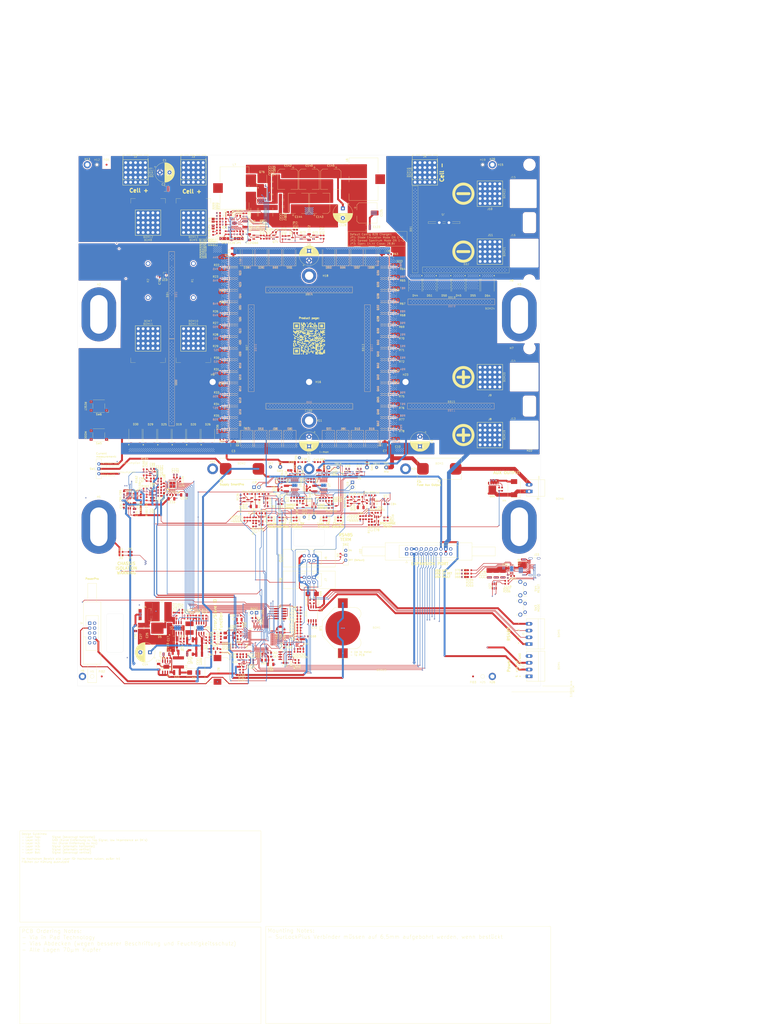
<source format=kicad_pcb>
(kicad_pcb
	(version 20241229)
	(generator "pcbnew")
	(generator_version "9.0")
	(general
		(thickness 1.74)
		(legacy_teardrops no)
	)
	(paper "A2" portrait)
	(layers
		(0 "F.Cu" signal)
		(4 "In1.Cu" signal)
		(6 "In2.Cu" signal)
		(8 "In3.Cu" signal)
		(10 "In4.Cu" signal)
		(2 "B.Cu" signal)
		(9 "F.Adhes" user "F.Adhesive")
		(11 "B.Adhes" user "B.Adhesive")
		(13 "F.Paste" user)
		(15 "B.Paste" user)
		(5 "F.SilkS" user "F.Silkscreen")
		(7 "B.SilkS" user "B.Silkscreen")
		(1 "F.Mask" user)
		(3 "B.Mask" user)
		(17 "Dwgs.User" user "User.Drawings")
		(19 "Cmts.User" user "User.Comments")
		(21 "Eco1.User" user "User.Eco1")
		(23 "Eco2.User" user "User.Eco2")
		(25 "Edge.Cuts" user)
		(27 "Margin" user)
		(31 "F.CrtYd" user "F.Courtyard")
		(29 "B.CrtYd" user "B.Courtyard")
		(35 "F.Fab" user)
		(33 "B.Fab" user)
		(39 "User.1" user)
		(41 "User.2" user "User.2 -Bemaßung")
		(43 "User.3" user "User.3 - Heatsink")
		(45 "User.4" user)
		(47 "User.5" user)
		(49 "User.6" user)
		(51 "User.7" user)
		(53 "User.8" user)
		(55 "User.9" user)
	)
	(setup
		(stackup
			(layer "F.SilkS"
				(type "Top Silk Screen")
			)
			(layer "F.Paste"
				(type "Top Solder Paste")
			)
			(layer "F.Mask"
				(type "Top Solder Mask")
				(color "Red")
				(thickness 0.01)
			)
			(layer "F.Cu"
				(type "copper")
				(thickness 0.07)
			)
			(layer "dielectric 1"
				(type "prepreg")
				(thickness 0.1)
				(material "FR4")
				(epsilon_r 4.5)
				(loss_tangent 0.02)
			)
			(layer "In1.Cu"
				(type "copper")
				(thickness 0.07)
			)
			(layer "dielectric 2"
				(type "core")
				(thickness 0.535)
				(material "FR4")
				(epsilon_r 4.5)
				(loss_tangent 0.02)
			)
			(layer "In2.Cu"
				(type "copper")
				(thickness 0.07)
			)
			(layer "dielectric 3"
				(type "prepreg")
				(thickness 0.1)
				(material "FR4")
				(epsilon_r 4.5)
				(loss_tangent 0.02)
			)
			(layer "In3.Cu"
				(type "copper")
				(thickness 0.035)
			)
			(layer "dielectric 4"
				(type "core")
				(thickness 0.535)
				(material "FR4")
				(epsilon_r 4.5)
				(loss_tangent 0.02)
			)
			(layer "In4.Cu"
				(type "copper")
				(thickness 0.035)
			)
			(layer "dielectric 5"
				(type "prepreg")
				(thickness 0.1)
				(material "FR4")
				(epsilon_r 4.5)
				(loss_tangent 0.02)
			)
			(layer "B.Cu"
				(type "copper")
				(thickness 0.07)
			)
			(layer "B.Mask"
				(type "Bottom Solder Mask")
				(color "Red")
				(thickness 0.01)
			)
			(layer "B.Paste"
				(type "Bottom Solder Paste")
			)
			(layer "B.SilkS"
				(type "Bottom Silk Screen")
			)
			(copper_finish "None")
			(dielectric_constraints no)
		)
		(pad_to_mask_clearance 0)
		(allow_soldermask_bridges_in_footprints no)
		(tenting front back)
		(aux_axis_origin 53 395)
		(grid_origin 173 120)
		(pcbplotparams
			(layerselection 0x00000000_00000000_55555555_5755f5ff)
			(plot_on_all_layers_selection 0x00000000_00000000_00000000_00000000)
			(disableapertmacros no)
			(usegerberextensions no)
			(usegerberattributes yes)
			(usegerberadvancedattributes yes)
			(creategerberjobfile yes)
			(dashed_line_dash_ratio 12.000000)
			(dashed_line_gap_ratio 3.000000)
			(svgprecision 4)
			(plotframeref no)
			(mode 1)
			(useauxorigin no)
			(hpglpennumber 1)
			(hpglpenspeed 20)
			(hpglpendiameter 15.000000)
			(pdf_front_fp_property_popups yes)
			(pdf_back_fp_property_popups yes)
			(pdf_metadata yes)
			(pdf_single_document no)
			(dxfpolygonmode yes)
			(dxfimperialunits yes)
			(dxfusepcbnewfont yes)
			(psnegative no)
			(psa4output no)
			(plot_black_and_white yes)
			(sketchpadsonfab no)
			(plotpadnumbers no)
			(hidednponfab no)
			(sketchdnponfab yes)
			(crossoutdnponfab yes)
			(subtractmaskfromsilk no)
			(outputformat 1)
			(mirror no)
			(drillshape 1)
			(scaleselection 1)
			(outputdirectory "")
		)
	)
	(net 0 "")
	(net 1 "Net-(IC1-VIN)")
	(net 2 "GND")
	(net 3 "Net-(IC1-SW)")
	(net 4 "VCC")
	(net 5 "BAT+CONTROLED")
	(net 6 "5V0")
	(net 7 "VREF")
	(net 8 "/analog_measure/Shunt_B")
	(net 9 "/analog_measure/Shunt_A")
	(net 10 "ISENSE_FAST+")
	(net 11 "Net-(Q4-G)")
	(net 12 "/analog_measure/ISENSE_PREZ+")
	(net 13 "Net-(Q5-G)")
	(net 14 "Net-(Q6-G)")
	(net 15 "Net-(Q7-G)")
	(net 16 "Net-(Q8-G)")
	(net 17 "/analog_measure/ISENSE_PREZ-")
	(net 18 "ISENSE_FAST-")
	(net 19 "USENSE_SHUNT_BUF")
	(net 20 "USENSE+_BUF")
	(net 21 "USENSE_SHUNT_BUF-")
	(net 22 "USENSE-_BUF")
	(net 23 "/analog_measure/ISENSE+")
	(net 24 "/OVP_IN")
	(net 25 "/analog_measure/ISENSE-")
	(net 26 "SPI1_MOSI")
	(net 27 "/LVP_IN")
	(net 28 "Net-(IC1-CBOOT)")
	(net 29 "/currentLimitModul/sw_vcc")
	(net 30 "Net-(Q1-G)")
	(net 31 "Net-(Q2-G)")
	(net 32 "Net-(Q3-G)")
	(net 33 "/greenMeter/AUX_EN")
	(net 34 "ADC_START")
	(net 35 "SPI1_MISO")
	(net 36 "/greenMeter/SWCLK")
	(net 37 "/switchControl/CHG_DETECTED")
	(net 38 "/switchControl/LOAD_DETECTED")
	(net 39 "ADC_DRDY")
	(net 40 "ADC_RESET")
	(net 41 "/greenMeter/SWDIO")
	(net 42 "/CHARGE_CONTROL")
	(net 43 "Net-(Q22-G)")
	(net 44 "Net-(Q13-G)")
	(net 45 "Net-(Q14-G)")
	(net 46 "Net-(Q15-G)")
	(net 47 "Net-(Q16-G)")
	(net 48 "/BUS_+5V")
	(net 49 "Net-(J19-Pin_1)")
	(net 50 "Net-(U7-TIMER)")
	(net 51 "/greenMeter/BTN_MODE")
	(net 52 "/BUS_GND")
	(net 53 "/BUS_B")
	(net 54 "/BUS_A")
	(net 55 "/chargeControl/vcc_int")
	(net 56 "/dischargeControl/vcc_int")
	(net 57 "Net-(Q9-G)")
	(net 58 "Net-(Q10-G)")
	(net 59 "Net-(Q11-G)")
	(net 60 "Net-(Q12-G)")
	(net 61 "Net-(U7-ISET)")
	(net 62 "Net-(U7-TGUP)")
	(net 63 "Net-(U7-VCCUV)")
	(net 64 "/LOAD_CONTROL")
	(net 65 "BAT+MEASURED")
	(net 66 "/chargeControl/BST")
	(net 67 "/dischargeControl/BST")
	(net 68 "/U_SENSE+")
	(net 69 "/greenMeter/LVP_SENSE_DIV")
	(net 70 "/greenMeter/OVP_SENSE_DIV")
	(net 71 "/B+Terminal")
	(net 72 "Net-(BZ1--)")
	(net 73 "/greenMeter/Buzzer")
	(net 74 "/chargeControl/~{Fault}")
	(net 75 "/dischargeControl/~{Fault}")
	(net 76 "/I_ctrl")
	(net 77 "~{OC_FAULT}")
	(net 78 "/p_good")
	(net 79 "Net-(U7-VIN)")
	(net 80 "Net-(Q24-G)")
	(net 81 "Net-(Q25-G)")
	(net 82 "Net-(Q26-G)")
	(net 83 "Net-(Q27-G)")
	(net 84 "Net-(Q28-G)")
	(net 85 "Net-(Q29-G)")
	(net 86 "Net-(Q30-G)")
	(net 87 "Net-(Q31-G)")
	(net 88 "Net-(Q32-G)")
	(net 89 "Net-(Q33-G)")
	(net 90 "Net-(Q34-G)")
	(net 91 "Net-(Q35-G)")
	(net 92 "Net-(Q36-G)")
	(net 93 "Net-(Q37-G)")
	(net 94 "Net-(Q38-G)")
	(net 95 "Net-(Q39-G)")
	(net 96 "SWITCH_IN")
	(net 97 "Net-(Q40-G)")
	(net 98 "Net-(Q41-G)")
	(net 99 "Net-(Q42-G)")
	(net 100 "Net-(Q43-G)")
	(net 101 "Net-(Q44-G)")
	(net 102 "Net-(Q45-G)")
	(net 103 "Net-(Q46-G)")
	(net 104 "Net-(Q47-G)")
	(net 105 "Net-(Q48-G)")
	(net 106 "Net-(Q49-G)")
	(net 107 "Net-(Q50-G)")
	(net 108 "Net-(Q51-G)")
	(net 109 "Net-(Q52-G)")
	(net 110 "Net-(Q53-G)")
	(net 111 "Net-(Q54-G)")
	(net 112 "Net-(Q55-G)")
	(net 113 "Net-(Q56-G)")
	(net 114 "Net-(Q57-G)")
	(net 115 "Net-(Q58-G)")
	(net 116 "Net-(Q59-G)")
	(net 117 "Net-(Q60-G)")
	(net 118 "Net-(Q61-G)")
	(net 119 "Net-(Q62-G)")
	(net 120 "Net-(Q63-G)")
	(net 121 "Net-(Q64-G)")
	(net 122 "Net-(Q66-G)")
	(net 123 "/chargeControl/vg")
	(net 124 "/dischargeControl/vg")
	(net 125 "ADC_CS")
	(net 126 "SPI1_SCK")
	(net 127 "Net-(BT1-+)")
	(net 128 "/greenMeter/R1")
	(net 129 "/greenMeter/R2")
	(net 130 "Net-(Q69-C)")
	(net 131 "Net-(Q70-C)")
	(net 132 "Net-(D63-A)")
	(net 133 "Net-(D60-A)")
	(net 134 "Net-(D61-A)")
	(net 135 "Net-(SW1-B)")
	(net 136 "Net-(IC1-COMP)")
	(net 137 "Net-(IC1-ISNS+)")
	(net 138 "Net-(D64-A)")
	(net 139 "Net-(Q17-G)")
	(net 140 "Net-(Q19-G)")
	(net 141 "Net-(Q20-G)")
	(net 142 "Net-(Q21-G)")
	(net 143 "Net-(Q23-G)")
	(net 144 "Net-(Q65-B)")
	(net 145 "Net-(Q67-C)")
	(net 146 "Net-(Q67-B)")
	(net 147 "Net-(Q68-B)")
	(net 148 "Net-(Q68-C)")
	(net 149 "Net-(SW2-B)")
	(net 150 "unconnected-(SW2-A-Pad3)")
	(net 151 "/ltc_charge_current_mon")
	(net 152 "Net-(D65-A)")
	(net 153 "COM")
	(net 154 "/greenMeter/RS485_R_USART2")
	(net 155 "/greenMeter/RS485_D_USART2")
	(net 156 "/greenMeter/RS485_R_USART1")
	(net 157 "/greenMeter/RS485_D_USART1")
	(net 158 "Net-(D62-A)")
	(net 159 "/greenMeter/I2C4_SDA")
	(net 160 "/greenMeter/FDCAN3_RX")
	(net 161 "/greenMeter/I2C4_SCL")
	(net 162 "/greenMeter/FDCAN3_TX")
	(net 163 "/greenMeter/I2C3_SDA")
	(net 164 "/greenMeter/I2C3_SCL")
	(net 165 "/greenMeter/FDCAN2_TX")
	(net 166 "/greenMeter/FDCAN2_RX")
	(net 167 "Net-(Q18-G)")
	(net 168 "/ltc_discharge_current_mon")
	(net 169 "Net-(IC1-FPWM{slash}SYNC)")
	(net 170 "unconnected-(IC1-BIAS-Pad14)")
	(net 171 "Net-(IC1-HO)")
	(net 172 "Net-(IC1-RT)")
	(net 173 "Net-(IC1-IMON{slash}ILIM)")
	(net 174 "/currentLimitModul/buck_en")
	(net 175 "Net-(IC1-LO)")
	(net 176 "Net-(IC1-FB)")
	(net 177 "/greenMeter/LED_ERROR")
	(net 178 "/greenMeter/OVERWRITE_DISCHARGE_CTRL")
	(net 179 "/greenMeter/OVERWRITE_CHARGE_CTRL")
	(net 180 "Net-(JP2-C)")
	(net 181 "Net-(L7-Pad1)")
	(net 182 "Ub")
	(net 183 "Net-(D2-K)")
	(net 184 "Net-(U1-VIN)")
	(net 185 "Net-(U1-BST)")
	(net 186 "Net-(U2-SW)")
	(net 187 "Net-(U2-BST)")
	(net 188 "Net-(C21-Pad1)")
	(net 189 "Net-(U1-FB)")
	(net 190 "Net-(U2-FB)")
	(net 191 "Net-(C22-Pad1)")
	(net 192 "Net-(C24-Pad2)")
	(net 193 "Net-(U3-FILTER)")
	(net 194 "Net-(U4-SS)")
	(net 195 "Net-(J18-Pin_1)")
	(net 196 "Net-(U5-VIN)")
	(net 197 "Net-(U5-TIMER)")
	(net 198 "Net-(U9-PF0)")
	(net 199 "Net-(U9-PC14)")
	(net 200 "Net-(U9-PC15)")
	(net 201 "Net-(U9-VDDA)")
	(net 202 "Net-(U10-V_{OUT})")
	(net 203 "Net-(U14-+)")
	(net 204 "Net-(U14--)")
	(net 205 "Net-(U15--)")
	(net 206 "Net-(U22-+IN)")
	(net 207 "Net-(U23-+IN)")
	(net 208 "Net-(U24-+IN)")
	(net 209 "Net-(C94-Pad2)")
	(net 210 "Net-(Q71-C)")
	(net 211 "Net-(D58-A)")
	(net 212 "Net-(J21-1)")
	(net 213 "unconnected-(H2-Pad1)")
	(net 214 "Net-(J20-Pin_1)")
	(net 215 "Net-(D69-K)")
	(net 216 "Net-(C150-Pad1)")
	(net 217 "Net-(D68-K)")
	(net 218 "Net-(J23-D+-PadA6)")
	(net 219 "Net-(J23-D--PadA7)")
	(net 220 "Net-(J23-CC2)")
	(net 221 "Net-(J23-CC1)")
	(net 222 "unconnected-(J23-SBU1-PadA8)")
	(net 223 "unconnected-(J23-SBU2-PadB8)")
	(net 224 "Net-(JP3-B)")
	(net 225 "Net-(Q71-B)")
	(net 226 "Net-(Q72-C)")
	(net 227 "Net-(Q72-B)")
	(net 228 "Net-(U1-EN{slash}UVLO)")
	(net 229 "Net-(U2-EN{slash}UVLO)")
	(net 230 "Net-(U1-RON)")
	(net 231 "Net-(U2-RON)")
	(net 232 "Net-(R15-Pad2)")
	(net 233 "Net-(U5-ISET)")
	(net 234 "Net-(U5-TGUP)")
	(net 235 "Net-(U5-VCCUV)")
	(net 236 "Net-(U9-PF1)")
	(net 237 "Net-(U9-PA4)")
	(net 238 "Net-(U11-A)")
	(net 239 "Net-(U11-B)")
	(net 240 "Net-(U16--)")
	(net 241 "Net-(U24--IN)")
	(net 242 "Net-(U5-IMON)")
	(net 243 "Net-(U7-IMON)")
	(net 244 "/greenMeter/USB_D-")
	(net 245 "/greenMeter/USB_D+")
	(net 246 "Net-(D70-K)")
	(net 247 "unconnected-(H26-Pad1)")
	(net 248 "Net-(D5-K)")
	(net 249 "Net-(C23-Pad2)")
	(net 250 "Net-(C38-Pad1)")
	(net 251 "Net-(C45-Pad1)")
	(net 252 "Net-(C51-Pad2)")
	(net 253 "Net-(U13-+)")
	(net 254 "Net-(U13--)")
	(net 255 "Net-(U21-+IN)")
	(net 256 "Net-(C96-Pad2)")
	(net 257 "Net-(U25-REFOUT)")
	(net 258 "Net-(U25-CAPN)")
	(net 259 "Net-(U25-CAPP)")
	(net 260 "Net-(U25-BYPASS)")
	(net 261 "Net-(C126-Pad1)")
	(net 262 "Net-(D3-A)")
	(net 263 "Net-(D3-K)")
	(net 264 "Net-(D4-A)")
	(net 265 "Net-(D10-K)")
	(net 266 "unconnected-(D15-NC-Pad2)")
	(net 267 "Net-(D18-K)")
	(net 268 "Net-(D35-K)")
	(net 269 "unconnected-(D40-NC-Pad2)")
	(net 270 "Net-(D43-K)")
	(net 271 "Net-(D56-A1)")
	(net 272 "Net-(D57-A)")
	(net 273 "Net-(D66-A)")
	(net 274 "unconnected-(D66-NC-Pad2)")
	(net 275 "Net-(D67-A)")
	(net 276 "unconnected-(H2-Pad1)_1")
	(net 277 "unconnected-(H3-Pad1)")
	(net 278 "unconnected-(H3-Pad1)_1")
	(net 279 "unconnected-(H4-Pad1)")
	(net 280 "unconnected-(H4-Pad1)_1")
	(net 281 "unconnected-(H6-Pad1)")
	(net 282 "unconnected-(H11-Pad1)")
	(net 283 "unconnected-(H13-Pad1)")
	(net 284 "unconnected-(H18-Pad1)")
	(net 285 "unconnected-(H20-Pad1)")
	(net 286 "Net-(R129-Pad1)")
	(net 287 "Net-(R130-Pad1)")
	(net 288 "Net-(R149-Pad2)")
	(net 289 "Net-(R150-Pad2)")
	(net 290 "Net-(R159-Pad1)")
	(net 291 "Net-(R160-Pad1)")
	(net 292 "Net-(U23--IN)")
	(net 293 "Net-(R180-Pad2)")
	(net 294 "Net-(U26-REF)")
	(net 295 "Net-(U26-REF_RTN)")
	(net 296 "Net-(U26-FAULT)")
	(net 297 "Net-(U26-LD_DET)")
	(net 298 "Net-(U26-UFP)")
	(net 299 "unconnected-(U25-NC-7-Pad25)")
	(net 300 "unconnected-(U25-NC-6-Pad24)")
	(net 301 "unconnected-(U25-NC-8-Pad26)")
	(net 302 "unconnected-(U25-NC-3-Pad21)")
	(net 303 "unconnected-(U25-NC-4-Pad22)")
	(net 304 "unconnected-(U25-NC-9-Pad27)")
	(net 305 "unconnected-(U25-NC-2-Pad20)")
	(net 306 "unconnected-(U25-NC-1-Pad19)")
	(net 307 "unconnected-(U25-NC-5-Pad23)")
	(net 308 "unconnected-(U26-DEBUG-Pad16)")
	(net 309 "unconnected-(U26-POL-Pad18)")
	(net 310 "unconnected-(U26-AUDIO-Pad17)")
	(net 311 "5V2")
	(net 312 "Net-(JP4-B)")
	(net 313 "Net-(R208-Pad2)")
	(footprint "TestPoint:TestPoint_THTPad_D2.0mm_Drill1.0mm" (layer "F.Cu") (at 168 281.75))
	(footprint "MountingHole:MountingHole_4.3mm_M4_DIN965_Pad" (layer "F.Cu") (at 173 257.5))
	(footprint "Package_TO_SOT_SMD:SOT-23-5" (layer "F.Cu") (at 91.75 285))
	(footprint "Diode_SMD:D_SMC" (layer "F.Cu") (at 205.5 172.5 90))
	(footprint "Resistor_SMD:R_0603_1608Metric" (layer "F.Cu") (at 195.75 297 180))
	(footprint "Capacitor_SMD:C_0603_1608Metric" (layer "F.Cu") (at 144.5 361.25 180))
	(footprint "Connector_PinHeader_1.27mm:PinHeader_2x05_P1.27mm_Vertical_SMD" (layer "F.Cu") (at 158 357.5 180))
	(footprint "Capacitor_SMD:C_1210_3225Metric" (layer "F.Cu") (at 159.5 141.5))
	(footprint "Capacitor_SMD:C_1210_3225Metric" (layer "F.Cu") (at 163 284.75 -90))
	(footprint "Resistor_SMD:R_0603_1608Metric" (layer "F.Cu") (at 145.5 308.5 90))
	(footprint "Resistor_SMD:R_0603_1608Metric" (layer "F.Cu") (at 139.6625 380 180))
	(footprint "Resistor_SMD:R_0603_1608Metric" (layer "F.Cu") (at 133.5 374.25 90))
	(footprint "Capacitor_SMD:C_1206_3216Metric" (layer "F.Cu") (at 142 162.5 -90))
	(footprint "myHoles:MountingHole9mmSlot" (layer "F.Cu") (at 282 202.5))
	(footprint "myQR:qr_SmartPro209"
		(layer "F.Cu")
		(uuid "07ff2fba-22bd-43bb-a65b-f2262d4d55f7")
		(at 173 215)
		(property "Reference" "GRAPHIC1"
			(at 0 9.75 0)
			(layer "F.SilkS")
			(hide yes)
			(uuid "7c943da7-7c89-4e88-acac-849987225f49")
			(effects
				(font
					(size 1 1)
					(thickness 0.15)
				)
			)
		)
		(property "Value" "QR_Code"
			(at 0 -9.75 0)
			(layer "F.SilkS")
			(hide yes)
			(uuid "140f7f59-b872-4ec0-8f57-8002bc9474da")
			(effects
				(font
					(size 1 1)
					(thickness 0.15)
				)
			)
		)
		(property "Datasheet" ""
			(at 0 0 0)
			(layer "F.Fab")
			(hide yes)
			(uuid "f18e52f1-d205-4414-9e4d-46d03f548a91")
			(effects
				(font
					(size 1.27 1.27)
					(thickness 0.15)
				)
			)
		)
		(property "Description" ""
			(at 0 0 0)
			(layer "F.Fab")
			(hide yes)
			(uuid "add721bb-e397-453c-95b0-3677aa54cca2")
			(effects
				(font
					(size 1.27 1.27)
					(thickness 0.15)
				)
			)
		)
		(property "ECS Art#" ""
			(at 0 0 0)
			(unlocked yes)
			(layer "F.Fab")
			(hide yes)
			(uuid "975f463b-e46e-4417-bc94-8c036da3390e")
			(effects
				(font
					(size 1 1)
					(thickness 0.15)
				)
			)
		)
		(property "HAN" ""
			(at 0 0 0)
			(unlocked yes)
			(layer "F.Fab")
			(hide yes)
			(uuid "a4e78a20-9c2e-4881-93db-89048560e734")
			(effects
				(font
					(size 1 1)
					(thickness 0.15)
				)
			)
		)
		(property "Voltage" ""
			(at 0 0 0)
			(unlocked yes)
			(layer "F.Fab")
			(hide yes)
			(uuid "e867d88b-7fc0-4829-9b62-0d42130517e9")
			(effects
				(font
					(size 1 1)
					(thickness 0.15)
				)
			)
		)
		(property "Toleranz" ""
			(at 0 0 0)
			(unlocked yes)
			(layer "F.Fab")
			(hide yes)
			(uuid "0ec5fa9f-83ac-4353-844c-ad546d569621")
			(effects
				(font
					(size 1 1)
					(thickness 0.15)
				)
			)
		)
		(property "Hersteller" ""
			(at 0 0 0)
			(unlocked yes)
			(layer "F.Fab")
			(hide yes)
			(uuid "26aa9dfd-2f10-4aab-a614-ae7a496e4dfb")
			(effects
				(font
					(size 1 1)
					(thickness 0.15)
				)
			)
		)
		(path "/4875905e-d35e-4049-a6aa-c7869d81fd32/3bd154cd-1a86-44b1-84d1-fd9215abcf7a")
		(sheetname "/bom-parts/")
		(sheetfile "bom_parts.kicad_sch")
		(attr exclude_from_bom)
		(fp_rect
			(start -8.25 -8.25)
			(end -7.75 -7.75)
			(stroke
				(width 0)
				(type default)
			)
			(fill yes)
			(layer "F.SilkS")
			(uuid "dd1637b7-0aad-4d24-9e1e-6294a8f685b6")
		)
		(fp_rect
			(start -8.25 -7.75)
			(end -7.75 -7.25)
			(stroke
				(width 0)
				(type default)
			)
			(fill yes)
			(layer "F.SilkS")
			(uuid "bd7ce588-2606-4aae-9fef-ad84be9ea6b8")
		)
		(fp_rect
			(start -8.25 -7.25)
			(end -7.75 -6.75)
			(stroke
				(width 0)
				(type default)
			)
			(fill yes)
			(layer "F.SilkS")
			(uuid "666fd0a6-1ce9-49e8-8de9-48dc1776518a")
		)
		(fp_rect
			(start -8.25 -6.75)
			(end -7.75 -6.25)
			(stroke
				(width 0)
				(type default)
			)
			(fill yes)
			(layer "F.SilkS")
			(uuid "2caeabaa-00de-46c2-9fc0-0e0af020b6a2")
		)
		(fp_rect
			(start -8.25 -6.25)
			(end -7.75 -5.75)
			(stroke
				(width 0)
				(type default)
			)
			(fill yes)
			(layer "F.SilkS")
			(uuid "88b4d216-f35d-4e9e-948c-df50061531b1")
		)
		(fp_rect
			(start -8.25 -5.75)
			(end -7.75 -5.25)
			(stroke
				(width 0)
				(type default)
			)
			(fill yes)
			(layer "F.SilkS")
			(uuid "e1424009-33d2-4d52-ab83-41c2f6d15acf")
		)
		(fp_rect
			(start -8.25 -5.25)
			(end -7.75 -4.75)
			(stroke
				(width 0)
				(type default)
			)
			(fill yes)
			(layer "F.SilkS")
			(uuid "9d295569-4d35-44eb-a1ca-f1f51a81c0dc")
		)
		(fp_rect
			(start -8.25 -4.25)
			(end -7.75 -3.75)
			(stroke
				(width 0)
				(type default)
			)
			(fill yes)
			(layer "F.SilkS")
			(uuid "11c7d13f-5836-4539-b829-a8f1481775d5")
		)
		(fp_rect
			(start -8.25 -3.75)
			(end -7.75 -3.25)
			(stroke
				(width 0)
				(type default)
			)
			(fill yes)
			(layer "F.SilkS")
			(uuid "cef60a9d-e241-4b47-a89d-81b0621dcad5")
		)
		(fp_rect
			(start -8.25 -2.25)
			(end -7.75 -1.75)
			(stroke
				(width 0)
				(type default)
			)
			(fill yes)
			(layer "F.SilkS")
			(uuid "19539603-6710-4057-80a5-ee95d6d328ed")
		)
		(fp_rect
			(start -8.25 1.25)
			(end -7.75 1.75)
			(stroke
				(width 0)
				(type default)
			)
			(fill yes)
			(layer "F.SilkS")
			(uuid "98f7c412-e9dc-4ee9-89dd-84ece6bfe074")
		)
		(fp_rect
			(start -8.25 2.25)
			(end -7.75 2.75)
			(stroke
				(width 0)
				(type default)
			)
			(fill yes)
			(layer "F.SilkS")
			(uuid "4e72b00b-96d6-44ff-9d59-307e506a7aca")
		)
		(fp_rect
			(start -8.25 2.75)
			(end -7.75 3.25)
			(stroke
				(width 0)
				(type default)
			)
			(fill yes)
			(layer "F.SilkS")
			(uuid "f00c3ed1-495c-45e7-a2d5-80b27c2bafb4")
		)
		(fp_rect
			(start -8.25 3.25)
			(end -7.75 3.75)
			(stroke
				(width 0)
				(type default)
			)
			(fill yes)
			(layer "F.SilkS")
			(uuid "d416d723-ce00-40ee-b774-530fadcf9a5a")
		)
		(fp_rect
			(start -8.25 3.75)
			(end -7.75 4.25)
			(stroke
				(width 0)
				(type default)
			)
			(fill yes)
			(layer "F.SilkS")
			(uuid "859aa222-0c65-4d4c-9067-587b65f7a4b2")
		)
		(fp_rect
			(start -8.25 4.75)
			(end -7.75 5.25)
			(stroke
				(width 0)
				(type default)
			)
			(fill yes)
			(layer "F.SilkS")
			(uuid "11b32d93-d5ec-4a0b-b593-d1c798fc406b")
		)
		(fp_rect
			(start -8.25 5.25)
			(end -7.75 5.75)
			(stroke
				(width 0)
				(type default)
			)
			(fill yes)
			(layer "F.SilkS")
			(uuid "b8ad5bbf-a9c3-441c-bfb8-3ab0a4cc990e")
		)
		(fp_rect
			(start -8.25 5.75)
			(end -7.75 6.25)
			(stroke
				(width 0)
				(type default)
			)
			(fill yes)
			(layer "F.SilkS")
			(uuid "17c965d5-5288-45db-9dc2-e68bc646d2e3")
		)
		(fp_rect
			(start -8.25 6.25)
			(end -7.75 6.75)
			(stroke
				(width 0)
				(type default)
			)
			(fill yes)
			(layer "F.SilkS")
			(uuid "9306c75a-d334-4080-8760-f37d678efea4")
		)
		(fp_rect
			(start -8.25 6.75)
			(end -7.75 7.25)
			(stroke
				(width 0)
				(type default)
			)
			(fill yes)
			(layer "F.SilkS")
			(uuid "5faabc5a-a6c3-4153-93e7-2e24424536f8")
		)
		(fp_rect
			(start -8.25 7.25)
			(end -7.75 7.75)
			(stroke
				(width 0)
				(type default)
			)
			(fill yes)
			(layer "F.SilkS")
			(uuid "cf6d8d41-7a3b-41d0-ba77-af5ef5e03553")
		)
		(fp_rect
			(start -8.25 7.75)
			(end -7.75 8.25)
			(stroke
				(width 0)
				(type default)
			)
			(fill yes)
			(layer "F.SilkS")
			(uuid "ca3687dd-13a2-4046-81e2-3d4498803552")
		)
		(fp_rect
			(start -7.75 -8.25)
			(end -7.25 -7.75)
			(stroke
				(width 0)
				(type default)
			)
			(fill yes)
			(layer "F.SilkS")
			(uuid "5a16f51f-52e2-4eba-8c5b-b30fe5b7abf5")
		)
		(fp_rect
			(start -7.75 -5.25)
			(end -7.25 -4.75)
			(stroke
				(width 0)
				(type default)
			)
			(fill yes)
			(layer "F.SilkS")
			(uuid "66f59117-5133-490c-ac44-0622e99477d3")
		)
		(fp_rect
			(start -7.75 -3.75)
			(end -7.25 -3.25)
			(stroke
				(width 0)
				(type default)
			)
			(fill yes)
			(layer "F.SilkS")
			(uuid "f9e7a90d-c8cb-4ce1-9ab5-9fa3cde5999a")
		)
		(fp_rect
			(start -7.75 -3.25)
			(end -7.25 -2.75)
			(stroke
				(width 0)
				(type default)
			)
			(fill yes)
			(layer "F.SilkS")
			(uuid "9e7d0e4d-0a7c-4601-9c03-308fc4003572")
		)
		(fp_rect
			(start -7.75 -1.75)
			(end -7.25 -1.25)
			(stroke
				(width 0)
				(type default)
			)
			(fill yes)
			(layer "F.SilkS")
			(uuid "7aab36ba-aefe-4d2e-a800-2e8695140e37")
		)
		(fp_rect
			(start -7.75 -0.75)
			(end -7.25 -0.25)
			(stroke
				(width 0)
				(type default)
			)
			(fill yes)
			(layer "F.SilkS")
			(uuid "0bb2db53-4ac4-4c4f-97c8-a584a8407e3f")
		)
		(fp_rect
			(start -7.75 -0.25)
			(end -7.25 0.25)
			(stroke
				(width 0)
				(type default)
			)
			(fill yes)
			(layer "F.SilkS")
			(uuid "2ea6a597-2c8b-4931-918e-947b11bed8c5")
		)
		(fp_rect
			(start -7.75 0.75)
			(end -7.25 1.25)
			(stroke
				(width 0)
				(type default)
			)
			(fill yes)
			(layer "F.SilkS")
			(uuid "482f5d71-6487-4bfb-823e-dfb22313626b")
		)
		(fp_rect
			(start -7.75 1.25)
			(end -7.25 1.75)
			(stroke
				(width 0)
				(type default)
			)
			(fill yes)
			(layer "F.SilkS")
			(uuid "7ff22668-9ba1-4b5a-802e-de3cee4afe33")
		)
		(fp_rect
			(start -7.75 1.75)
			(end -7.25 2.25)
			(stroke
				(width 0)
				(type default)
			)
			(fill yes)
			(layer "F.SilkS")
			(uuid "6f194ea1-282e-40ff-a73e-fe3a5003120f")
		)
		(fp_rect
			(start -7.75 3.75)
			(end -7.25 4.25)
			(stroke
				(width 0)
				(type default)
			)
			(fill yes)
			(layer "F.SilkS")
			(uuid "076cfdbf-26e0-411d-91ac-90f97f81e038")
		)
		(fp_rect
			(start -7.75 4.75)
			(end -7.25 5.25)
			(stroke
				(width 0)
				(type default)
			)
			(fill yes)
			(layer "F.SilkS")
			(uuid "86e6adfe-4e1b-42ea-af99-0e439af28684")
		)
		(fp_rect
			(start -7.75 7.75)
			(end -7.25 8.25)
			(stroke
				(width 0)
				(type default)
			)
			(fill yes)
			(layer "F.SilkS")
			(uuid "ce66f7b7-50a2-4dd4-aaa2-0b7336d4dd7b")
		)
		(fp_rect
			(start -7.25 -8.25)
			(end -6.75 -7.75)
			(stroke
				(width 0)
				(type default)
			)
			(fill yes)
			(layer "F.SilkS")
			(uuid "7a939c29-d964-431f-9a50-55be4072b958")
		)
		(fp_rect
			(start -7.25 -7.25)
			(end -6.75 -6.75)
			(stroke
				(width 0)
				(type default)
			)
			(fill yes)
			(layer "F.SilkS")
			(uuid "df6e5542-8979-4b8c-8bb7-a832089c7a22")
		)
		(fp_rect
			(start -7.25 -6.75)
			(end -6.75 -6.25)
			(stroke
				(width 0)
				(type default)
			)
			(fill yes)
			(layer "F.SilkS")
			(uuid "6a30b425-8655-433f-89d8-eff29558b243")
		)
		(fp_rect
			(start -7.25 -6.25)
			(end -6.75 -5.75)
			(stroke
				(width 0)
				(type default)
			)
			(fill yes)
			(layer "F.SilkS")
			(uuid "65d32f36-53e0-4233-a1ce-73e84c8dd2dd")
		)
		(fp_rect
			(start -7.25 -5.25)
			(end -6.75 -4.75)
			(stroke
				(width 0)
				(type default)
			)
			(fill yes)
			(layer "F.SilkS")
			(uuid "88f4a8de-f3e7-487c-9052-b0b1f2dcfef1")
		)
		(fp_rect
			(start -7.25 -3.75)
			(end -6.75 -3.25)
			(stroke
				(width 0)
				(type default)
			)
			(fill yes)
			(layer "F.SilkS")
			(uuid "5572caa6-5488-4d92-af62-9334e971bd0f")
		)
		(fp_rect
			(start -7.25 -3.25)
			(end -6.75 -2.75)
			(stroke
				(width 0)
				(type default)
			)
			(fill yes)
			(layer "F.SilkS")
			(uuid "692a02a5-cdbf-49f4-a6db-24927c4b9b64")
		)
		(fp_rect
			(start -7.25 -2.75)
			(end -6.75 -2.25)
			(stroke
				(width 0)
				(type default)
			)
			(fill yes)
			(layer "F.SilkS")
			(uuid "e5b2f0c2-5d21-4fb0-8203-634e5bda60c2")
		)
		(fp_rect
			(start -7.25 -1.25)
			(end -6.75 -0.75)
			(stroke
				(width 0)
				(type default)
			)
			(fill yes)
			(layer "F.SilkS")
			(uuid "2848687f-cbed-4750-bb93-f871533c17ee")
		)
		(fp_rect
			(start -7.25 -0.25)
			(end -6.75 0.25)
			(stroke
				(width 0)
				(type default)
			)
			(fill yes)
			(layer "F.SilkS")
			(uuid "ad0d74a4-6ebb-4cb2-a51f-89e184862659")
		)
		(fp_rect
			(start -7.25 1.25)
			(end -6.75 1.75)
			(stroke
				(width 0)
				(type default)
			)
			(fill yes)
			(layer "F.SilkS")
			(uuid "69f4d540-721d-4359-b931-8e6bcc2d413a")
		)
		(fp_rect
			(start -7.25 2.25)
			(end -6.75 2.75)
			(stroke
				(width 0)
				(type default)
			)
			(fill yes)
			(layer "F.SilkS")
			(uuid "95b67d39-22c8-4421-97dd-038cd989db78")
		)
		(fp_rect
			(start -7.25 2.75)
			(end -6.75 3.25)
			(stroke
				(width 0)
				(type default)
			)
			(fill yes)
			(layer "F.SilkS")
			(uuid "b46a6aa1-ce38-4828-8b0a-4578c27eb205")
		)
		(fp_rect
			(start -7.25 3.25)
			(end -6.75 3.75)
			(stroke
				(width 0)
				(type default)
			)
			(fill yes)
			(layer "F.SilkS")
			(uuid "0c462c42-803f-4d29-82ee-fda8b4197273")
		)
		(fp_rect
			(start -7.25 4.75)
			(end -6.75 5.25)
			(stroke
				(width 0)
				(type default)
			)
			(fill yes)
			(layer "F.SilkS")
			(uuid "167299e3-de65-4be8-85ba-7267a378eaad")
		)
		(fp_rect
			(start -7.25 5.75)
			(end -6.75 6.25)
			(stroke
				(width 0)
				(type default)
			)
			(fill yes)
			(layer "F.SilkS")
			(uuid "c424bde0-8b58-4ca8-a638-a14dd7ab8cd8")
		)
		(fp_rect
			(start -7.25 6.25)
			(end -6.75 6.75)
			(stroke
				(width 0)
				(type default)
			)
			(fill yes)
			(layer "F.SilkS")
			(uuid "67517c2e-6ad2-4446-bc34-5700448c3212")
		)
		(fp_rect
			(start -7.25 6.75)
			(end -6.75 7.25)
			(stroke
				(width 0)
				(type default)
			)
			(fill yes)
			(layer "F.SilkS")
			(uuid "e3331834-72bd-4a01-9532-14ecda9c8a37")
		)
		(fp_rect
			(start -7.25 7.75)
			(end -6.75 8.25)
			(stroke
				(width 0)
				(type default)
			)
			(fill yes)
			(layer "F.SilkS")
			(uuid "79ee71bb-0112-43fd-888b-45eae1c453b9")
		)
		(fp_rect
			(start -6.75 -8.25)
			(end -6.25 -7.75)
			(stroke
				(width 0)
				(type default)
			)
			(fill yes)
			(layer "F.SilkS")
			(uuid "23f11214-a976-4a34-99ea-7639331cf276")
		)
		(fp_rect
			(start -6.75 -7.25)
			(end -6.25 -6.75)
			(stroke
				(width 0)
				(type default)
			)
			(fill yes)
			(layer "F.SilkS")
			(uuid "f7757870-f34e-4ad6-bb59-5de376d60a08")
		)
		(fp_rect
			(start -6.75 -6.75)
			(end -6.25 -6.25)
			(stroke
				(width 0)
				(type default)
			)
			(fill yes)
			(layer "F.SilkS")
			(uuid "f115bfdc-fed8-44bc-a88d-9a854a31aefc")
		)
		(fp_rect
			(start -6.75 -6.25)
			(end -6.25 -5.75)
			(stroke
				(width 0)
				(type default)
			)
			(fill yes)
			(layer "F.SilkS")
			(uuid "b91034e0-e8df-4c26-b9f9-88126661b9a1")
		)
		(fp_rect
			(start -6.75 -5.25)
			(end -6.25 -4.75)
			(stroke
				(width 0)
				(type default)
			)
			(fill yes)
			(layer "F.SilkS")
			(uuid "5bfa6979-f191-42c2-875e-1aac0f3275e6")
		)
		(fp_rect
			(start -6.75 -4.25)
			(end -6.25 -3.75)
			(stroke
				(width 0)
				(type default)
			)
			(fill yes)
			(layer "F.SilkS")
			(uuid "2d3eaeff-8fbb-4d34-b3e1-01156af9140d")
		)
		(fp_rect
			(start -6.75 -3.75)
			(end -6.25 -3.25)
			(stroke
				(width 0)
				(type default)
			)
			(fill yes)
			(layer "F.SilkS")
			(uuid "a5b96d8e-fc29-4a37-9890-1faab1089312")
		)
		(fp_rect
			(start -6.75 -3.25)
			(end -6.25 -2.75)
			(stroke
				(width 0)
				(type default)
			)
			(fill yes)
			(layer "F.SilkS")
			(uuid "2ee7657d-369b-43de-8e36-5461d439b98f")
		)
		(fp_rect
			(start -6.75 -1.25)
			(end -6.25 -0.75)
			(stroke
				(width 0)
				(type default)
			)
			(fill yes)
			(layer "F.SilkS")
			(uuid "7bb7e8ea-b6d3-484a-bf53-1a7f51002ad0")
		)
		(fp_rect
			(start -6.75 3.25)
			(end -6.25 3.75)
			(stroke
				(width 0)
				(type default)
			)
			(fill yes)
			(layer "F.SilkS")
			(uuid "d5655712-55e5-4ade-bbd6-9c4b389ff359")
		)
		(fp_rect
			(start -6.75 4.75)
			(end -6.25 5.25)
			(stroke
				(width 0)
				(type default)
			)
			(fill yes)
			(layer "F.SilkS")
			(uuid "9371f9b6-5a03-40f1-9001-bb8a4c03d1c3")
		)
		(fp_rect
			(start -6.75 5.75)
			(end -6.25 6.25)
			(stroke
				(width 0)
				(type default)
			)
			(fill yes)
			(layer "F.SilkS")
			(uuid "50a7cfc5-c69c-45d3-98a9-fe8f94e47f51")
		)
		(fp_rect
			(start -6.75 6.25)
			(end -6.25 6.75)
			(stroke
				(width 0)
				(type default)
			)
			(fill yes)
			(layer "F.SilkS")
			(uuid "dcb7a3ce-fcbc-4458-bbb5-d3835af302a7")
		)
		(fp_rect
			(start -6.75 6.75)
			(end -6.25 7.25)
			(stroke
				(width 0)
				(type default)
			)
			(fill yes)
			(layer "F.SilkS")
			(uuid "d869e6a4-eb85-432a-bf4d-4f9476eb0aed")
		)
		(fp_rect
			(start -6.75 7.75)
			(end -6.25 8.25)
			(stroke
				(width 0)
				(type default)
			)
			(fill yes)
			(layer "F.SilkS")
			(uuid "ccaa45fc-50e2-4107-9e05-80ab0d53fa83")
		)
		(fp_rect
			(start -6.25 -8.25)
			(end -5.75 -7.75)
			(stroke
				(width 0)
				(type default)
			)
			(fill yes)
			(layer "F.SilkS")
			(uuid "333696f5-a9fe-4df1-b048-4e6d7de32db1")
		)
		(fp_rect
			(start -6.25 -7.25)
			(end -5.75 -6.75)
			(stroke
				(width 0)
				(type default)
			)
			(fill yes)
			(layer "F.SilkS")
			(uuid "3f643cdd-3819-4f2f-a36a-aabf4d57c875")
		)
		(fp_rect
			(start -6.25 -6.75)
			(end -5.75 -6.25)
			(stroke
				(width 0)
				(type default)
			)
			(fill yes)
			(layer "F.SilkS")
			(uuid "29336708-547b-499a-bcb7-d4ccbea1b6aa")
		)
		(fp_rect
			(start -6.25 -6.25)
			(end -5.75 -5.75)
			(stroke
				(width 0)
				(type default)
			)
			(fill yes)
			(layer "F.SilkS")
			(uuid "92b73661-ed69-4f45-a226-7fc38eafd21d")
		)
		(fp_rect
			(start -6.25 -5.25)
			(end -5.75 -4.75)
			(stroke
				(width 0)
				(type default)
			)
			(fill yes)
			(layer "F.SilkS")
			(uuid "0f7e799b-d37c-4d34-932c-96666dea7ea9")
		)
		(fp_rect
			(start -6.25 -4.25)
			(end -5.75 -3.75)
			(stroke
				(width 0)
				(type default)
			)
			(fill yes)
			(layer "F.SilkS")
			(uuid "719b2296-d1a1-4f40-a28e-6ef939f557c3")
		)
		(fp_rect
			(start -6.25 -3.75)
			(end -5.75 -3.25)
			(stroke
				(width 0)
				(type default)
			)
			(fill yes)
			(layer "F.SilkS")
			(uuid "719b06f4-b45e-4308-9e73-8ebaf2d9d636")
		)
		(fp_rect
			(start -6.25 -2.75)
			(end -5.75 -2.25)
			(stroke
				(width 0)
				(type default)
			)
			(fill yes)
			(layer "F.SilkS")
			(uuid "7fc55493-32c0-4ead-bc38-e90b9a04d577")
		)
		(fp_rect
			(start -6.25 -2.25)
			(end -5.75 -1.75)
			(stroke
				(width 0)
				(type default)
			)
			(fill yes)
			(layer "F.SilkS")
			(uuid "f1b37404-2726-4723-8b0f-98770002fd9b")
		)
		(fp_rect
			(start -6.25 -1.75)
			(end -5.75 -1.25)
			(stroke
				(width 0)
				(type default)
			)
			(fill yes)
			(layer "F.SilkS")
			(uuid "4d5c4a06-564c-44b5-902c-c4578ec627e6")
		)
		(fp_rect
			(start -6.25 -0.75)
			(end -5.75 -0.25)
			(stroke
				(width 0)
				(type default)
			)
			(fill yes)
			(layer "F.SilkS")
			(uuid "e39213ef-af7f-4279-ad2f-13b0b4456f2f")
		)
		(fp_rect
			(start -6.25 0.25)
			(end -5.75 0.75)
			(stroke
				(width 0)
				(type default)
			)
			(fill yes)
			(layer "F.SilkS")
			(uuid "fdc8877f-4d63-44b7-b649-8f7f02084bee")
		)
		(fp_rect
			(start -6.25 1.25)
			(end -5.75 1.75)
			(stroke
				(width 0)
				(type default)
			)
			(fill yes)
			(layer "F.SilkS")
			(uuid "53e6f3e1-8128-40cc-b63c-b1c802b5aec5")
		)
		(fp_rect
			(start -6.25 1.75)
			(end -5.75 2.25)
			(stroke
				(width 0)
				(type default)
			)
			(fill yes)
			(layer "F.SilkS")
			(uuid "3046efbd-6a4b-4646-a751-fb8c8d1e0704")
		)
		(fp_rect
			(start -6.25 2.25)
			(end -5.75 2.75)
			(stroke
				(width 0)
				(type default)
			)
			(fill yes)
			(layer "F.SilkS")
			(uuid "dabad2f5-675a-47ee-8152-0c97a26ee092")
		)
		(fp_rect
			(start -6.25 4.75)
			(end -5.75 5.25)
			(stroke
				(width 0)
				(type default)
			)
			(fill yes)
			(layer "F.SilkS")
			(uuid "06542714-7410-4b0e-8a0b-ea8f5560234d")
		)
		(fp_rect
			(start -6.25 5.75)
			(end -5.75 6.25)
			(stroke
				(width 0)
				(type default)
			)
			(fill yes)
			(layer "F.SilkS")
			(uuid "34257e6f-f047-4e65-a2b2-43e5782346e3")
		)
		(fp_rect
			(start -6.25 6.25)
			(end -5.75 6.75)
			(stroke
				(width 0)
				(type default)
			)
			(fill yes)
			(layer "F.SilkS")
			(uuid "d5d5646f-ad5d-40aa-87c4-4128f0a1180c")
		)
		(fp_rect
			(start -6.25 6.75)
			(end -5.75 7.25)
			(stroke
				(width 0)
				(type default)
			)
			(fill yes)
			(layer "F.SilkS")
			(uuid "dfea4a85-9f48-4ab9-91db-72040b68c794")
		)
		(fp_rect
			(start -6.25 7.75)
			(end -5.75 8.25)
			(stroke
				(width 0)
				(type default)
			)
			(fill yes)
			(layer "F.SilkS")
			(uuid "6867a290-c379-43a1-a2a2-3f4389812b95")
		)
		(fp_rect
			(start -5.75 -8.25)
			(end -5.25 -7.75)
			(stroke
				(width 0)
				(type default)
			)
			(fill yes)
			(layer "F.SilkS")
			(uuid "50577d54-c1d8-4dcb-bce7-48dabf3fb631")
		)
		(fp_rect
			(start -5.75 -5.25)
			(end -5.25 -4.75)
			(stroke
				(width 0)
				(type default)
			)
			(fill yes)
			(layer "F.SilkS")
			(uuid "c1db6147-74bb-4039-8b7f-fb46395da7d9")
		)
		(fp_rect
			(start -5.75 -4.25)
			(end -5.25 -3.75)
			(stroke
				(width 0)
				(type default)
			)
			(fill yes)
			(layer "F.SilkS")
			(uuid "c963b96f-0bbf-4a9a-9a46-0ca8f392a229")
		)
		(fp_rect
			(start -5.75 -3.75)
			(end -5.25 -3.25)
			(stroke
				(width 0)
				(type default)
			)
			(fill yes)
			(layer "F.SilkS")
			(uuid "26489813-01a7-47dd-b42a-9298e6d9dea6")
		)
		(fp_rect
			(start -5.75 -3.25)
			(end -5.25 -2.75)
			(stroke
				(width 0)
				(type default)
			)
			(fill yes)
			(layer "F.SilkS")
			(uuid "b0bf6586-9b74-43ef-a6ef-e86205e72db3")
		)
		(fp_rect
			(start -5.75 -2.75)
			(end -5.25 -2.25)
			(stroke
				(width 0)
				(type default)
			)
			(fill yes)
			(layer "F.SilkS")
			(uuid "f832f81a-3c34-445e-83e1-ce7e8a99c158")
		)
		(fp_rect
			(start -5.75 -0.75)
			(end -5.25 -0.25)
			(stroke
				(width 0)
				(type default)
			)
			(fill yes)
			(layer "F.SilkS")
			(uuid "e5a0c102-8087-4698-b8d0-67b0eb7a8dfa")
		)
		(fp_rect
			(start -5.75 0.25)
			(end -5.25 0.75)
			(stroke
				(width 0)
				(type default)
			)
			(fill yes)
			(layer "F.SilkS")
			(uuid "1fa38d33-9bfa-4b4e-a64d-2d58fa7da9fa")
		)
		(fp_rect
			(start -5.75 1.25)
			(end -5.25 1.75)
			(stroke
				(width 0)
				(type default)
			)
			(fill yes)
			(layer "F.SilkS")
			(uuid "6a712512-d83d-4725-a993-bb4a7971752e")
		)
		(fp_rect
			(start -5.75 1.75)
			(end -5.25 2.25)
			(stroke
				(width 0)
				(type default)
			)
			(fill yes)
			(layer "F.SilkS")
			(uuid "87d02320-6af3-4b43-a24e-a063da46ef43")
		)
		(fp_rect
			(start -5.75 2.75)
			(end -5.25 3.25)
			(stroke
				(width 0)
				(type default)
			)
			(fill yes)
			(layer "F.SilkS")
			(uuid "2f36a8c4-a299-458f-be28-bac75cd564ef")
		)
		(fp_rect
			(start -5.75 4.75)
			(end -5.25 5.25)
			(stroke
				(width 0)
				(type default)
			)
			(fill yes)
			(layer "F.SilkS")
			(uuid "680f21dc-c81b-412b-9a7d-312337c275ce")
		)
		(fp_rect
			(start -5.75 7.75)
			(end -5.25 8.25)
			(stroke
				(width 0)
				(type default)
			)
			(fill yes)
			(layer "F.SilkS")
			(uuid "42799da8-5529-4a7b-90c7-8ddb40156b31")
		)
		(fp_rect
			(start -5.25 -8.25)
			(end -4.75 -7.75)
			(stroke
				(width 0)
				(type default)
			)
			(fill yes)
			(layer "F.SilkS")
			(uuid "3a374276-2fc0-4b24-a3d3-dfb86be3c93c")
		)
		(fp_rect
			(start -5.25 -7.75)
			(end -4.75 -7.25)
			(stroke
				(width 0)
				(type default)
			)
			(fill yes)
			(layer "F.SilkS")
			(uuid "60382667-c058-4783-bcd9-1819f85cff11")
		)
		(fp_rect
			(start -5.25 -7.25)
			(end -4.75 -6.75)
			(stroke
				(width 0)
				(type default)
			)
			(fill yes)
			(layer "F.SilkS")
			(uuid "84115e7d-da17-4973-b58f-6e65b6cc98dc")
		)
		(fp_rect
			(start -5.25 -6.75)
			(end -4.75 -6.25)
			(stroke
				(width 0)
				(type default)
			)
			(fill yes)
			(layer "F.SilkS")
			(uuid "a224eb7c-fd17-4625-83c1-4b3d24d774eb")
		)
		(fp_rect
			(start -5.25 -6.25)
			(end -4.75 -5.75)
			(stroke
				(width 0)
				(type default)
			)
			(fill yes)
			(layer "F.SilkS")
			(uuid "bd2e82a7-eca9-4db1-aff7-4096c5ba9d13")
		)
		(fp_rect
			(start -5.25 -5.75)
			(end -4.75 -5.25)
			(stroke
				(width 0)
				(type default)
			)
			(fill yes)
			(layer "F.SilkS")
			(uuid "818ff33a-60fc-4cd0-b163-2ba741395ba4")
		)
		(fp_rect
			(start -5.25 -5.25)
			(end -4.75 -4.75)
			(stroke
				(width 0)
				(type default)
			)
			(fill yes)
			(layer "F.SilkS")
			(uuid "59adb94f-d00d-4cd2-8115-e816759bad24")
		)
		(fp_rect
			(start -5.25 -4.25)
			(end -4.75 -3.75)
			(stroke
				(width 0)
				(type default)
			)
			(fill yes)
			(layer "F.SilkS")
			(uuid "fbaf6aa2-27b0-482e-b46b-3a54b11b2177")
		)
		(fp_rect
			(start -5.25 -3.25)
			(end -4.75 -2.75)
			(stroke
				(width 0)
				(type default)
			)
			(fill yes)
			(layer "F.SilkS")
			(uuid "555c46b6-2b61-4daf-b7c7-8d93562d1d49")
		)
		(fp_rect
			(start -5.25 -2.25)
			(end -4.75 -1.75)
			(stroke
				(width 0)
				(type default)
			)
			(fill yes)
			(layer "F.SilkS")
			(uuid "eae886d6-8b7d-494e-aa5c-99d3b52ded82")
		)
		(fp_rect
			(start -5.25 -1.25)
			(end -4.75 -0.75)
			(stroke
				(width 0)
				(type default)
			)
			(fill yes)
			(layer "F.SilkS")
			(uuid "a48c6e78-ebe1-4a09-90bf-1ea6a1de2712")
		)
		(fp_rect
			(start -5.25 -0.25)
			(end -4.75 0.25)
			(stroke
				(width 0)
				(type default)
			)
			(fill yes)
			(layer "F.SilkS")
			(uuid "35730c4a-e6bd-4914-9eb9-03f5dabfcdbf")
		)
		(fp_rect
			(start -5.25 0.75)
			(end -4.75 1.25)
			(stroke
				(width 0)
				(type default)
			)
			(fill yes)
			(layer "F.SilkS")
			(uuid "a854c470-ed38-4d06-ba1d-a8b42a330b43")
		)
		(fp_rect
			(start -5.25 1.75)
			(end -4.75 2.25)
			(stroke
				(width 0)
				(type default)
			)
			(fill yes)
			(layer "F.SilkS")
			(uuid "46606483-cc29-4446-b368-339288fd236e")
		)
		(fp_rect
			(start -5.25 2.75)
			(end -4.75 3.25)
			(stroke
				(width 0)
				(type default)
			)
			(fill yes)
			(layer "F.SilkS")
			(uuid "410820a5-8858-4692-b5b8-3b9f7cf9ffc9")
		)
		(fp_rect
			(start -5.25 3.75)
			(end -4.75 4.25)
			(stroke
				(width 0)
				(type default)
			)
			(fill yes)
			(layer "F.SilkS")
			(uuid "a630eb58-3454-448a-bbb6-46d56d6ea46f")
		)
		(fp_rect
			(start -5.25 4.75)
			(end -4.75 5.25)
			(stroke
				(width 0)
				(type default)
			)
			(fill yes)
			(layer "F.SilkS")
			(uuid "854521c4-f819-47b2-9e53-cf4be95150ec")
		)
		(fp_rect
			(start -5.25 5.25)
			(end -4.75 5.75)
			(stroke
				(width 0)
				(type default)
			)
			(fill yes)
			(layer "F.SilkS")
			(uuid "328c409c-9c88-4287-a873-bb8c4c9287aa")
		)
		(fp_rect
			(start -5.25 5.75)
			(end -4.75 6.25)
			(stroke
				(width 0)
				(type default)
			)
			(fill yes)
			(layer "F.SilkS")
			(uuid "d292721c-cf44-4712-8314-220e69e857b5")
		)
		(fp_rect
			(start -5.25 6.25)
			(end -4.75 6.75)
			(stroke
				(width 0)
				(type default)
			)
			(fill yes)
			(layer "F.SilkS")
			(uuid "f716148e-1d16-4383-bb19-a9e8c32879ad")
		)
		(fp_rect
			(start -5.25 6.75)
			(end -4.75 7.25)
			(stroke
				(width 0)
				(type default)
			)
			(fill yes)
			(layer "F.SilkS")
			(uuid "b44f9198-3a78-4f12-b300-00cc5b087a2d")
		)
		(fp_rect
			(start -5.25 7.25)
			(end -4.75 7.75)
			(stroke
				(width 0)
				(type default)
			)
			(fill yes)
			(layer "F.SilkS")
			(uuid "68f2ccf8-5a22-4b01-9eb7-5e2bde2f5393")
		)
		(fp_rect
			(start -5.25 7.75)
			(end -4.75 8.25)
			(stroke
				(width 0)
				(type default)
			)
			(fill yes)
			(layer "F.SilkS")
			(uuid "a1d4d50b-a8f3-4bf9-baed-f6176050a792")
		)
		(fp_rect
			(start -4.75 -4.25)
			(end -4.25 -3.75)
			(stroke
				(width 0)
				(type default)
			)
			(fill yes)
			(layer "F.SilkS")
			(uuid "6792195f-0a3b-4c67-8616-a92455da04b1")
		)
		(fp_rect
			(start -4.75 -3.75)
			(end -4.25 -3.25)
			(stroke
				(width 0)
				(type default)
			)
			(fill yes)
			(layer "F.SilkS")
			(uuid "5c34a932-97aa-43cd-b1b2-66ace61c330c")
		)
		(fp_rect
			(start -4.75 -3.25)
			(end -4.25 -2.75)
			(stroke
				(width 0)
				(type default)
			)
			(fill yes)
			(layer "F.SilkS")
			(uuid "acb624e7-15c7-4654-a5e6-508eee72d865")
		)
		(fp_rect
			(start -4.75 -1.75)
			(end -4.25 -1.25)
			(stroke
				(width 0)
				(type default)
			)
			(fill yes)
			(layer "F.SilkS")
			(uuid "0a9a1394-5f57-48bd-b32e-6025effb5a53")
		)
		(fp_rect
			(start -4.75 -1.25)
			(end -4.25 -0.75)
			(stroke
				(width 0)
				(type default)
			)
			(fill yes)
			(layer "F.SilkS")
			(uuid "37775a5f-e710-47a2-9648-565758a88b91")
		)
		(fp_rect
			(start -4.75 -0.75)
			(end -4.25 -0.25)
			(stroke
				(width 0)
				(type default)
			)
			(fill yes)
			(layer "F.SilkS")
			(uuid "81e93697-c154-4309-b2d6-3927e36c231a")
		)
		(fp_rect
			(start -4.75 0.25)
			(end -4.25 0.75)
			(stroke
				(width 0)
				(type default)
			)
			(fill yes)
			(layer "F.SilkS")
			(uuid "d7df33b7-c98b-4fbf-a333-2fd90fca51a4")
		)
		(fp_rect
			(start -4.75 0.75)
			(end -4.25 1.25)
			(stroke
				(width 0)
				(type default)
			)
			(fill yes)
			(layer "F.SilkS")
			(uuid "bf306941-6777-4cb9-8787-d89d120f1448")
		)
		(fp_rect
			(start -4.75 1.75)
			(end -4.25 2.25)
			(stroke
				(width 0)
				(type default)
			)
			(fill yes)
			(layer "F.SilkS")
			(uuid "b1cb0617-33b0-4506-9d32-f73111007f8b")
		)
		(fp_rect
			(start -4.75 3.25)
			(end -4.25 3.75)
			(stroke
				(width 0)
				(type default)
			)
			(fill yes)
			(layer "F.SilkS")
			(uuid "09f7d34c-4ab3-4275-8808-3ccde5aeb8ab")
		)
		(fp_rect
			(start -4.25 -8.25)
			(end -3.75 -7.75)
			(stroke
				(width 0)
				(type default)
			)
			(fill yes)
			(layer "F.SilkS")
			(uuid "e1405eef-b02f-40a9-8726-b0ef5a45d7b8")
		)
		(fp_rect
			(start -4.25 -7.75)
			(end -3.75 -7.25)
			(stroke
				(width 0)
				(type default)
			)
			(fill yes)
			(layer "F.SilkS")
			(uuid "8e6a9980-1172-4d97-b020-a4ed952e361f")
		)
		(fp_rect
			(start -4.25 -7.25)
			(end -3.75 -6.75)
			(stroke
				(width 0)
				(type default)
			)
			(fill yes)
			(layer "F.SilkS")
			(uuid "576d9a0f-909a-457f-a25a-aa16d7c35ea7")
		)
		(fp_rect
			(start -4.25 -6.25)
			(end -3.75 -5.75)
			(stroke
				(width 0)
				(type default)
			)
			(fill yes)
			(layer "F.SilkS")
			(uuid "b6512fb2-c3a7-4320-9a0c-044e57250fd5")
		)
		(fp_rect
			(start -4.25 -5.25)
			(end -3.75 -4.75)
			(stroke
				(width 0)
				(type default)
			)
			(fill yes)
			(layer "F.SilkS")
			(uuid "d3cbdff2-c740-488c-8af1-e39fdb36c97c")
		)
		(fp_rect
			(start -4.25 -4.25)
			(end -3.75 -3.75)
			(stroke
				(width 0)
				(type default)
			)
			(fill yes)
			(layer "F.SilkS")
			(uuid "b6e972cc-10e2-4d8b-9708-8dc8271581c0")
		)
		(fp_rect
			(start -4.25 -3.75)
			(end -3.75 -3.25)
			(stroke
				(width 0)
				(type default)
			)
			(fill yes)
			(layer "F.SilkS")
			(uuid "a1a1ae11-85ba-452f-bb06-1214bc125c3a")
		)
		(fp_rect
			(start -4.25 -1.75)
			(end -3.75 -1.25)
			(stroke
				(width 0)
				(type default)
			)
			(fill yes)
			(layer "F.SilkS")
			(uuid "4981f86f-3ad6-4945-a087-32730b8dc135")
		)
		(fp_rect
			(start -4.25 -1.25)
			(end -3.75 -0.75)
			(stroke
				(width 0)
				(type default)
			)
			(fill yes)
			(layer "F.SilkS")
			(uuid "0e87b5c5-44f4-4729-a9bd-aef5cace962c")
		)
		(fp_rect
			(start -4.25 -0.75)
			(end -3.75 -0.25)
			(stroke
				(width 0)
				(type default)
			)
			(fill yes)
			(layer "F.SilkS")
			(uuid "1c63e523-c8a9-4038-952c-b61c449d25a8")
		)
		(fp_rect
			(start -4.25 0.25)
			(end -3.75 0.75)
			(stroke
				(width 0)
				(type default)
			)
			(fill yes)
			(layer "F.SilkS")
			(uuid "caa58d6d-868f-465b-b417-14250515e35d")
		)
		(fp_rect
			(start -4.25 0.75)
			(end -3.75 1.25)
			(stroke
				(width 0)
				(type default)
			)
			(fill yes)
			(layer "F.SilkS")
			(uuid "79a64ae1-11f7-4ff5-8192-6ef6920f6305")
		)
		(fp_rect
			(start -4.25 2.25)
			(end -3.75 2.75)
			(stroke
				(width 0)
				(type default)
			)
			(fill yes)
			(layer "F.SilkS")
			(uuid "12186a8a-d58d-40b0-a3e3-bc22d57389e3")
		)
		(fp_rect
			(start -4.25 3.75)
			(end -3.75 4.25)
			(stroke
				(width 0)
				(type default)
			)
			(fill yes)
			(layer "F.SilkS")
			(uuid "a0b71bbb-862a-4ba7-bcf7-51237702e331")
		)
		(fp_rect
			(start -4.25 4.25)
			(end -3.75 4.75)
			(stroke
				(width 0)
				(type default)
			)
			(fill yes)
			(layer "F.SilkS")
			(uuid "5a5d81f1-2243-4778-8510-f5d5d1ddba86")
		)
		(fp_rect
			(start -4.25 4.75)
			(end -3.75 5.25)
			(stroke
				(width 0)
				(type default)
			)
			(fill yes)
			(layer "F.SilkS")
			(uuid "92ff5238-8e2d-4d50-8a0b-5f6fb57ff15d")
		)
		(fp_rect
			(start -4.25 5.25)
			(end -3.75 5.75)
			(stroke
				(width 0)
				(type default)
			)
			(fill yes)
			(layer "F.SilkS")
			(uuid "5a95892e-0b33-4cd6-9527-4fb1ca9a02d3")
		)
		(fp_rect
			(start -4.25 5.75)
			(end -3.75 6.25)
			(stroke
				(width 0)
				(type default)
			)
			(fill yes)
			(layer "F.SilkS")
			(uuid "432fcb6c-6436-4748-a349-387a0747af78")
		)
		(fp_rect
			(start -4.25 6.25)
			(end -3.75 6.75)
			(stroke
				(width 0)
				(type default)
			)
			(fill yes)
			(layer "F.SilkS")
			(uuid "d5f0b963-36a6-4206-af7c-00713da5bb6b")
		)
		(fp_rect
			(start -4.25 7.75)
			(end -3.75 8.25)
			(stroke
				(width 0)
				(type default)
			)
			(fill yes)
			(layer "F.SilkS")
			(uuid "7f4b1915-a343-47dd-996a-13c2279b4bbf")
		)
		(fp_rect
			(start -3.75 -7.25)
			(end -3.25 -6.75)
			(stroke
				(width 0)
				(type default)
			)
			(fill yes)
			(layer "F.SilkS")
			(uuid "2434fb2e-dddc-4aa2-a5ce-f5328c18224d")
		)
		(fp_rect
			(start -3.75 -6.75)
			(end -3.25 -6.25)
			(stroke
				(width 0)
				(type default)
			)
			(fill yes)
			(layer "F.SilkS")
			(uuid "07871d6d-23b6-4718-8263-0c03506fef30")
		)
		(fp_rect
			(start -3.75 -5.75)
			(end -3.25 -5.25)
			(stroke
				(width 0)
				(type default)
			)
			(fill yes)
			(layer "F.SilkS")
			(uuid "f76f5704-566b-4fc5-999f-e3cfea7d99e5")
		)
		(fp_rect
			(start -3.75 -4.75)
			(end -3.25 -4.25)
			(stroke
				(width 0)
				(type default)
			)
			(fill yes)
			(layer "F.SilkS")
			(uuid "ab5e7851-e16d-410d-b951-acdcf42f51cf")
		)
		(fp_rect
			(start -3.75 -3.75)
			(end -3.25 -3.25)
			(stroke
				(width 0)
				(type default)
			)
			(fill yes)
			(layer "F.SilkS")
			(uuid "08b5af18-0393-4529-b6e4-05e621fb7d69")
		)
		(fp_rect
			(start -3.75 -3.25)
			(end -3.25 -2.75)
			(stroke
				(width 0)
				(type default)
			)
			(fill yes)
			(layer "F.SilkS")
			(uuid "f2b4f0e6-66e8-4219-8765-b29155c35dd3")
		)
		(fp_rect
			(start -3.75 -1.25)
			(end -3.25 -0.75)
			(stroke
				(width 0)
				(type default)
			)
			(fill yes)
			(layer "F.SilkS")
			(uuid "ec3834a7-fdd0-4d59-8d44-124de0d9712e")
		)
		(fp_rect
			(start -3.75 -0.75)
			(end -3.25 -0.25)
			(stroke
				(width 0)
				(type default)
			)
			(fill yes)
			(layer "F.SilkS")
			(uuid "95488fe3-1a84-4184-9d53-e3e2b3c271e3")
		)
		(fp_rect
			(start -3.75 -0.25)
			(end -3.25 0.25)
			(stroke
				(width 0)
				(type default)
			)
			(fill yes)
			(layer "F.SilkS")
			(uuid "28f6ba4a-2251-47e2-a433-32e6687668af")
		)
		(fp_rect
			(start -3.75 0.25)
			(end -3.25 0.75)
			(stroke
				(width 0)
				(type default)
			)
			(fill yes)
			(layer "F.SilkS")
			(uuid "3740f1a1-cde4-4b98-9104-38139229485a")
		)
		(fp_rect
			(start -3.75 1.25)
			(end -3.25 1.75)
			(stroke
				(width 0)
				(type default)
			)
			(fill yes)
			(layer "F.SilkS")
			(uuid "54a27f21-1c92-4c2c-9df5-36da7d872047")
		)
		(fp_rect
			(start -3.75 1.75)
			(end -3.25 2.25)
			(stroke
				(width 0)
				(type default)
			)
			(fill yes)
			(layer "F.SilkS")
			(uuid "62f4eb40-def4-4712-9551-0cce068569c5")
		)
		(fp_rect
			(start -3.75 2.25)
			(end -3.25 2.75)
			(stroke
				(width 0)
				(type default)
			)
			(fill yes)
			(layer "F.SilkS")
			(uuid "7b7370e3-9431-4600-aae5-544ac70f6959")
		)
		(fp_rect
			(start -3.75 3.25)
			(end -3.25 3.75)
			(stroke
				(width 0)
				(type default)
			)
			(fill yes)
			(layer "F.SilkS")
			(uuid "8b5b0ce8-49b2-44cf-9255-f8ef44e18807")
		)
		(fp_rect
			(start -3.75 4.25)
			(end -3.25 4.75)
			(stroke
				(width 0)
				(type default)
			)
			(fill yes)
			(layer "F.SilkS")
			(uuid "30438ee7-bb89-40e7-8dd4-800bb7cc7b60")
		)
		(fp_rect
			(start -3.75 4.75)
			(end -3.25 5.25)
			(stroke
				(width 0)
				(type default)
			)
			(fill yes)
			(layer "F.SilkS")
			(uuid "f321f23f-e20c-4b43-aaae-9489db0c99b9")
		)
		(fp_rect
			(start -3.75 5.75)
			(end -3.25 6.25)
			(stroke
				(width 0)
				(type default)
			)
			(fill yes)
			(layer "F.SilkS")
			(uuid "3e4d369e-ec0d-47e5-84b7-04898e62bfbf")
		)
		(fp_rect
			(start -3.75 6.25)
			(end -3.25 6.75)
			(stroke
				(width 0)
				(type default)
			)
			(fill yes)
			(layer "F.SilkS")
			(uuid "9b68f35e-aff2-4534-aaad-8ae494fde9cc")
		)
		(fp_rect
			(start -3.25 -8.25)
			(end -2.75 -7.75)
			(stroke
				(width 0)
				(type default)
			)
			(fill yes)
			(layer "F.SilkS")
			(uuid "f39e4ef5-f91b-46e3-a8e5-c877f344dfde")
		)
		(fp_rect
			(start -3.25 -7.75)
			(end -2.75 -7.25)
			(stroke
				(width 0)
				(type default)
			)
			(fill yes)
			(layer "F.SilkS")
			(uuid "6b8efbfc-058a-4e3f-9b8a-e8b7af3869b9")
		)
		(fp_rect
			(start -3.25 -7.25)
			(end -2.75 -6.75)
			(stroke
				(width 0)
				(type default)
			)
			(fill yes)
			(layer "F.SilkS")
			(uuid "9a74b58a-1414-4658-ba1e-80e31d49a5d7")
		)
		(fp_rect
			(start -3.25 -6.75)
			(end -2.75 -6.25)
			(stroke
				(width 0)
				(type default)
			)
			(fill yes)
			(layer "F.SilkS")
			(uuid "5eb82279-9ade-40ea-b979-21ddcf6c51c4")
		)
		(fp_rect
			(start -3.25 -6.25)
			(end -2.75 -5.75)
			(stroke
				(width 0)
				(type default)
			)
			(fill yes)
			(layer "F.SilkS")
			(uuid "555ed208-1f9b-4dd0-86c6-e7e7ac26101e")
		)
		(fp_rect
			(start -3.25 -5.75)
			(end -2.75 -5.25)
			(stroke
				(width 0)
				(type default)
			)
			(fill yes)
			(layer "F.SilkS")
			(uuid "10795fc3-359d-42ea-af0d-f07ff94d86a7")
		)
		(fp_rect
			(start -3.25 -5.25)
			(end -2.75 -4.75)
			(stroke
				(width 0)
				(type default)
			)
			(fill yes)
			(layer "F.SilkS")
			(uuid "04e48ac5-251c-40c2-aa03-f32341264c72")
		)
		(fp_rect
			(start -3.25 -4.75)
			(end -2.75 -4.25)
			(stroke
				(width 0)
				(type default)
			)
			(fill yes)
			(layer "F.SilkS")
			(uuid "07f6def1-5e19-461f-8c70-e8ddaf247216")
		)
		(fp_rect
			(start -3.25 -3.75)
			(end -2.75 -3.25)
			(stroke
				(width 0)
				(type default)
			)
			(fill yes)
			(layer "F.SilkS")
			(uuid "f0338082-b5d9-4ad6-84f3-a7e46b95c73f")
		)
		(fp_rect
			(start -3.25 -3.25)
			(end -2.75 -2.75)
			(stroke
				(width 0)
				(type default)
			)
			(fill yes)
			(layer "F.SilkS")
			(uuid "948aafde-c88f-41f4-8044-dbfa161b5ee2")
		)
		(fp_rect
			(start -3.25 -2.75)
			(end -2.75 -2.25)
			(stroke
				(width 0)
				(type default)
			)
			(fill yes)
			(layer "F.SilkS")
			(uuid "19729e64-2bcd-44a1-adb1-d487293bbf91")
		)
		(fp_rect
			(start -3.25 -0.75)
			(end -2.75 -0.25)
			(stroke
				(width 0)
				(type default)
			)
			(fill yes)
			(layer "F.SilkS")
			(uuid "59516b65-e4bf-4fbc-96a1-d084f956e056")
		)
		(fp_rect
			(start -3.25 0.25)
			(end -2.75 0.75)
			(stroke
				(width 0)
				(type default)
			)
			(fill yes)
			(layer "F.SilkS")
			(uuid "59da2e7c-f7bb-4aa1-85b4-050e5bfc2181")
		)
		(fp_rect
			(start -3.25 2.25)
			(end -2.75 2.75)
			(stroke
				(width 0)
				(type default)
			)
			(fill yes)
			(layer "F.SilkS")
			(uuid "c4b6d3f1-a13d-4476-8c88-f80dfb4c8301")
		)
		(fp_rect
			(start -3.25 3.25)
			(end -2.75 3.75)
			(stroke
				(width 0)
				(type default)
			)
			(fill yes)
			(layer "F.SilkS")
			(uuid "75ee5475-8cee-4234-8a96-88315f2be112")
		)
		(fp_rect
			(start -3.25 3.75)
			(end -2.75 4.25)
			(stroke
				(width 0)
				(type default)
			)
			(fill yes)
			(layer "F.SilkS")
			(uuid "2bfc84a9-4890-4dd1-801f-c57f76a6140d")
		)
		(fp_rect
			(start -3.25 6.25)
			(end -2.75 6.75)
			(stroke
				(width 0)
				(type default)
			)
			(fill yes)
			(layer "F.SilkS")
			(uuid "d2cd7383-b451-4ba7-aa13-83accbe7acd6")
		)
		(fp_rect
			(start -3.25 6.75)
			(end -2.75 7.25)
			(stroke
				(width 0)
				(type default)
			)
			(fill yes)
			(layer "F.SilkS")
			(uuid "c50f6210-cefc-48d6-8ccd-8b683be222bf")
		)
		(fp_rect
			(start -3.25 7.25)
			(end -2.75 7.75)
			(stroke
				(width 0)
				(type default)
			)
			(fill yes)
			(layer "F.SilkS")
			(uuid "e998a8f9-fb01-4ac7-931b-bdd2d8f72e8d")
		)
		(fp_rect
			(start -3.25 7.75)
			(end -2.75 8.25)
			(stroke
				(width 0)
				(type default)
			)
			(fill yes)
			(layer "F.SilkS")
			(uuid "e4507097-aef1-41b3-a93f-37efed391838")
		)
		(fp_rect
			(start -2.75 -8.25)
			(end -2.25 -7.75)
			(stroke
				(width 0)
				(type default)
			)
			(fill yes)
			(layer "F.SilkS")
			(uuid "27de22c1-051a-40e9-bc28-616695ae4e5b")
		)
		(fp_rect
			(start -2.75 -7.75)
			(end -2.25 -7.25)
			(stroke
				(width 0)
				(type default)
			)
			(fill yes)
			(layer "F.SilkS")
			(uuid "60063c97-9ba2-46a9-9abe-19176e5e0b29")
		)
		(fp_rect
			(start -2.75 -6.25)
			(end -2.25 -5.75)
			(stroke
				(width 0)
				(type default)
			)
			(fill yes)
			(layer "F.SilkS")
			(uuid "7ee07c8a-db18-4b14-a4b6-fe09c594495e")
		)
		(fp_rect
			(start -2.75 -4.25)
			(end -2.25 -3.75)
			(stroke
				(width 0)
				(type default)
			)
			(fill yes)
			(layer "F.SilkS")
			(uuid "10578ea8-2ff2-475b-bb88-4666ca47f487")
		)
		(fp_rect
			(start -2.75 -3.25)
			(end -2.25 -2.75)
			(stroke
				(width 0)
				(type default)
			)
			(fill yes)
			(layer "F.SilkS")
			(uuid "c9c09a03-feed-43d2-ac82-18695cebeaef")
		)
		(fp_rect
			(start -2.75 -2.75)
			(end -2.25 -2.25)
			(stroke
				(width 0)
				(type default)
			)
			(fill yes)
			(layer "F.SilkS")
			(uuid "36bfe220-27a1-477a-875b-368ac4d6286c")
		)
		(fp_rect
			(start -2.75 -1.75)
			(end -2.25 -1.25)
			(stroke
				(width 0)
				(type default)
			)
			(fill yes)
			(layer "F.SilkS")
			(uuid "02ab72e1-1d97-4d28-b392-a8c7978eb31a")
		)
		(fp_rect
			(start -2.75 -1.25)
			(end -2.25 -0.75)
			(stroke
				(width 0)
				(type default)
			)
			(fill yes)
			(layer "F.SilkS")
			(uuid "5c15b2a6-a3b2-4c55-a88a-845a49672dfb")
		)
		(fp_rect
			(start -2.75 1.25)
			(end -2.25 1.75)
			(stroke
				(width 0)
				(type default)
			)
			(fill yes)
			(layer "F.SilkS")
			(uuid "6cb8b00f-f491-40fa-8db8-9f78b8a5f68a")
		)
		(fp_rect
			(start -2.75 2.25)
			(end -2.25 2.75)
			(stroke
				(width 0)
				(type default)
			)
			(fill yes)
			(layer "F.SilkS")
			(uuid "231fda2b-a635-4510-b748-d034d9bc16e8")
		)
		(fp_rect
			(start -2.75 2.75)
			(end -2.25 3.25)
			(stroke
				(width 0)
				(type default)
			)
			(fill yes)
			(layer "F.SilkS")
			(uuid "560cbdcc-5bde-47e8-8b63-59ef881a0d2a")
		)
		(fp_rect
			(start -2.75 4.75)
			(end -2.25 5.25)
			(stroke
				(width 0)
				(type default)
			)
			(fill yes)
			(layer "F.SilkS")
			(uuid "629d3dbf-a9e5-4892-81f3-2fdf6211f145")
		)
		(fp_rect
			(start -2.75 5.75)
			(end -2.25 6.25)
			(stroke
				(width 0)
				(type default)
			)
			(fill yes)
			(layer "F.SilkS")
			(uuid "af2c3291-b10c-438d-a5af-3d26cc1a2ae0")
		)
		(fp_rect
			(start -2.75 6.25)
			(end -2.25 6.75)
			(stroke
				(width 0)
				(type default)
			)
			(fill yes)
			(layer "F.SilkS")
			(uuid "01be4e9c-680f-49ed-bfea-eb968627d548")
		)
		(fp_rect
			(start -2.75 6.75)
			(end -2.25 7.25)
			(stroke
				(width 0)
				(type default)
			)
			(fill yes)
			(layer "F.SilkS")
			(uuid "42c4cc76-3063-4391-b10e-7248cf6b3199")
		)
		(fp_rect
			(start -2.25 -7.75)
			(end -1.75 -7.25)
			(stroke
				(width 0)
				(type default)
			)
			(fill yes)
			(layer "F.SilkS")
			(uuid "f5c91002-f089-4c5f-8c80-6ba9573ef5d9")
		)
		(fp_rect
			(start -2.25 -7.25)
			(end -1.75 -6.75)
			(stroke
				(width 0)
				(type default)
			)
			(fill yes)
			(layer "F.SilkS")
			(uuid "2f2d1ffb-68c6-46b7-90af-9939526cce0b")
		)
		(fp_rect
			(start -2.25 -6.75)
			(end -1.75 -6.25)
			(stroke
				(width 0)
				(type default)
			)
			(fill yes)
			(layer "F.SilkS")
			(uuid "ddfe79a1-23d3-4d16-b239-bc4bca241f19")
		)
		(fp_rect
			(start -2.25 -5.25)
			(end -1.75 -4.75)
			(stroke
				(width 0)
				(type default)
			)
			(fill yes)
			(layer "F.SilkS")
			(uuid "7b0d64c1-acb1-4ccb-b1ca-fb278d64c6aa")
		)
		(fp_rect
			(start -2.25 -4.25)
			(end -1.75 -3.75)
			(stroke
				(width 0)
				(type default)
			)
			(fill yes)
			(layer "F.SilkS")
			(uuid "f5e4f5da-6552-4c08-8f2a-ef7b56843085")
		)
		(fp_rect
			(start -2.25 -3.25)
			(end -1.75 -2.75)
			(stroke
				(width 0)
				(type default)
			)
			(fill yes)
			(layer "F.SilkS")
			(uuid "610d1eef-0764-4e74-8978-bea81291c3b6")
		)
		(fp_rect
			(start -2.25 -2.75)
			(end -1.75 -2.25)
			(stroke
				(width 0)
				(type default)
			)
			(fill yes)
			(layer "F.SilkS")
			(uuid "42665756-f6fb-4eb5-9e43-4ace2ff5c16f")
		)
		(fp_rect
			(start -2.25 -1.75)
			(end -1.75 -1.25)
			(stroke
				(width 0)
				(type default)
			)
			(fill yes)
			(layer "F.SilkS")
			(uuid "21af23db-5742-47fc-995c-b8500170f60e")
		)
		(fp_rect
			(start -2.25 -0.75)
			(end -1.75 -0.25)
			(stroke
				(width 0)
				(type default)
			)
			(fill yes)
			(layer "F.SilkS")
			(uuid "634bd757-47f6-4ada-9c5a-a363d2b1baa0")
		)
		(fp_rect
			(start -2.25 -0.25)
			(end -1.75 0.25)
			(stroke
				(width 0)
				(type default)
			)
			(fill yes)
			(layer "F.SilkS")
			(uuid "081ec42f-7b84-41cc-8298-50eed3284abd")
		)
		(fp_rect
			(start -2.25 0.25)
			(end -1.75 0.75)
			(stroke
				(width 0)
				(type default)
			)
			(fill yes)
			(layer "F.SilkS")
			(uuid "abe9ac0a-9175-41a0-9317-2ffbf558ab75")
		)
		(fp_rect
			(start -2.25 0.75)
			(end -1.75 1.25)
			(stroke
				(width 0)
				(type default)
			)
			(fill yes)
			(layer "F.SilkS")
			(uuid "683202ca-4dd7-4fb9-8742-2bb6cfad5a6d")
		)
		(fp_rect
			(start -2.25 1.25)
			(end -1.75 1.75)
			(stroke
				(width 0)
				(type default)
			)
			(fill yes)
			(layer "F.SilkS")
			(uuid "9f1e9ca4-7dc6-4a00-83a1-b425a1bfeed0")
		)
		(fp_rect
			(start -2.25 2.25)
			(end -1.75 2.75)
			(stroke
				(width 0)
				(type default)
			)
			(fill yes)
			(layer "F.SilkS")
			(uuid "f211fabb-4fb5-4b72-8205-b81c9176830e")
		)
		(fp_rect
			(start -2.25 3.75)
			(end -1.75 4.25)
			(stroke
				(width 0)
				(type default)
			)
			(fill yes)
			(layer "F.SilkS")
			(uuid "62dd2405-dc8e-490e-a3db-6f10ce05bf33")
		)
		(fp_rect
			(start -2.25 4.25)
			(end -1.75 4.75)
			(stroke
				(width 0)
				(type default)
			)
			(fill yes)
			(layer "F.SilkS")
			(uuid "b897ef07-cefe-48c5-90e8-59e7b212c84f")
		)
		(fp_rect
			(start -2.25 5.25)
			(end -1.75 5.75)
			(stroke
				(width 0)
				(type default)
			)
			(fill yes)
			(layer "F.SilkS")
			(uuid "91440cd2-3aa7-4beb-928d-ff924de49f02")
		)
		(fp_rect
			(start -2.25 6.75)
			(end -1.75 7.25)
			(stroke
				(width 0)
				(type default)
			)
			(fill yes)
			(layer "F.SilkS")
			(uuid "e1a42c83-5a20-4f3e-8baa-fed76a2204b4")
		)
		(fp_rect
			(start -1.75 -4.75)
			(end -1.25 -4.25)
			(stroke
				(width 0)
				(type default)
			)
			(fill yes)
			(layer "F.SilkS")
			(uuid "1e36ea6b-b047-4219-ac11-4f626a30d27e")
		)
		(fp_rect
			(start -1.75 -2.25)
			(end -1.25 -1.75)
			(stroke
				(width 0)
				(type default)
			)
			(fill yes)
			(layer "F.SilkS")
			(uuid "93e670a7-d83f-4991-b930-34ce2a94fda7")
		)
		(fp_rect
			(start -1.75 -1.25)
			(end -1.25 -0.75)
			(stroke
				(width 0)
				(type default)
			)
			(fill yes)
			(layer "F.SilkS")
			(uuid "e2aafa0a-f20f-46b0-92c2-1fcb13e4718c")
		)
		(fp_rect
			(start -1.75 -0.25)
			(end -1.25 0.25)
			(stroke
				(width 0)
				(type default)
			)
			(fill yes)
			(layer "F.SilkS")
			(uuid "8e100a9b-d021-4b1e-b15e-3da5440046d6")
		)
		(fp_rect
			(start -1.75 0.75)
			(end -1.25 1.25)
			(stroke
				(width 0)
				(type default)
			)
			(fill yes)
			(layer "F.SilkS")
			(uuid "0a51e308-36a9-4397-8fd8-f5c1b8de5483")
		)
		(fp_rect
			(start -1.75 1.25)
			(end -1.25 1.75)
			(stroke
				(width 0)
				(type default)
			)
			(fill yes)
			(layer "F.SilkS")
			(uuid "3400093e-77c2-409b-ac76-ebed3741573d")
		)
		(fp_rect
			(start -1.75 2.75)
			(end -1.25 3.25)
			(stroke
				(width 0)
				(type default)
			)
			(fill yes)
			(layer "F.SilkS")
			(uuid "c9ffdd91-d484-47fb-aa46-836ba2e809bb")
		)
		(fp_rect
			(start -1.75 3.25)
			(end -1.25 3.75)
			(stroke
				(width 0)
				(type default)
			)
			(fill yes)
			(layer "F.SilkS")
			(uuid "b56020a9-34ac-4b5f-ba2a-5db50e2b0031")
		)
		(fp_rect
			(start -1.75 4.25)
			(end -1.25 4.75)
			(stroke
				(width 0)
				(type default)
			)
			(fill yes)
			(layer "F.SilkS")
			(uuid "e6c7bfe2-266e-4082-91ba-e8175fe22d5b")
		)
		(fp_rect
			(start -1.75 5.75)
			(end -1.25 6.25)
			(stroke
				(width 0)
				(type default)
			)
			(fill yes)
			(layer "F.SilkS")
			(uuid "5ecbeb33-7131-4e7e-bd2e-6d075749fcca")
		)
		(fp_rect
			(start -1.75 6.75)
			(end -1.25 7.25)
			(stroke
				(width 0)
				(type default)
			)
			(fill yes)
			(layer "F.SilkS")
			(uuid "26eedb72-3c7e-46f9-addd-dd6b3ae753fb")
		)
		(fp_rect
			(start -1.75 7.75)
			(end -1.25 8.25)
			(stroke
				(width 0)
				(type default)
			)
			(fill yes)
			(layer "F.SilkS")
			(uuid "b892c277-2aec-4663-aeaf-8286343322c5")
		)
		(fp_rect
			(start -1.25 -8.25)
			(end -0.75 -7.75)
			(stroke
				(width 0)
				(type default)
			)
			(fill yes)
			(layer "F.SilkS")
			(uuid "122d1d83-3690-498b-8147-77ce8f869f47")
		)
		(fp_rect
			(start -1.25 -6.25)
			(end -0.75 -5.75)
			(stroke
				(width 0)
				(type default)
			)
			(fill yes)
			(layer "F.SilkS")
			(uuid "42632773-5420-4dc4-9009-702d844ed3e6")
		)
		(fp_rect
			(start -1.25 -5.25)
			(end -0.75 -4.75)
			(stroke
				(width 0)
				(type default)
			)
			(fill yes)
			(layer "F.SilkS")
			(uuid "82f5ebe7-a972-407d-8c0a-3470f96a3e95")
		)
		(fp_rect
			(start -1.25 -4.25)
			(end -0.75 -3.75)
			(stroke
				(width 0)
				(type default)
			)
			(fill yes)
			(layer "F.SilkS")
			(uuid "0d6b5934-ded5-40e5-af07-e906fd90a7ce")
		)
		(fp_rect
			(start -1.25 -3.25)
			(end -0.75 -2.75)
			(stroke
				(width 0)
				(type default)
			)
			(fill yes)
			(layer "F.SilkS")
			(uuid "a0f3b6df-7188-4da3-9a4f-efab4d9fedc5")
		)
		(fp_rect
			(start -1.25 -2.75)
			(end -0.75 -2.25)
			(stroke
				(width 0)
				(type default)
			)
			(fill yes)
			(layer "F.SilkS")
			(uuid "03058d28-22e1-4a19-8bad-362ee5a39585")
		)
		(fp_rect
			(start -1.25 -2.25)
			(end -0.75 -1.75)
			(stroke
				(width 0)
				(type default)
			)
			(fill yes)
			(layer "F.SilkS")
			(uuid "fce879ec-f97b-4e86-abee-b40ed155f34d")
		)
		(fp_rect
			(start -1.25 0.75)
			(end -0.75 1.25)
			(stroke
				(width 0)
				(type default)
			)
			(fill yes)
			(layer "F.SilkS")
			(uuid "f76b8cfd-0c09-4821-b80a-ac5e17ce72dc")
		)
		(fp_rect
			(start -1.25 1.25)
			(end -0.75 1.75)
			(stroke
				(width 0)
				(type default)
			)
			(fill yes)
			(layer "F.SilkS")
			(uuid "c75bded0-806a-4636-9eda-7ef23390f538")
		)
		(fp_rect
			(start -1.25 3.75)
			(end -0.75 4.25)
			(stroke
				(width 0)
				(type default)
			)
			(fill yes)
			(layer "F.SilkS")
			(uuid "28e703bb-c0fd-4be1-9d70-aa81308f4eff")
		)
		(fp_rect
			(start -1.25 6.25)
			(end -0.75 6.75)
			(stroke
				(width 0)
				(type default)
			)
			(fill yes)
			(layer "F.SilkS")
			(uuid "fe3b530e-a62f-4a89-80bf-ed9dde49ef3b")
		)
		(fp_rect
			(start -1.25 7.25)
			(end -0.75 7.75)
			(stroke
				(width 0)
				(type default)
			)
			(fill yes)
			(layer "F.SilkS")
			(uuid "12087638-3b12-4621-bdb0-c54e250880e2")
		)
		(fp_rect
			(start -1.25 7.75)
			(end -0.75 8.25)
			(stroke
				(width 0)
				(type default)
			)
			(fill yes)
			(layer "F.SilkS")
			(uuid "925ac7b9-7265-48dd-a9dd-ef6dddf761c4")
		)
		(fp_rect
			(start -0.75 -7.25)
			(end -0.25 -6.75)
			(stroke
				(width 0)
				(type default)
			)
			(fill yes)
			(layer "F.SilkS")
			(uuid "fbb6fc9e-6095-47f5-9de4-550a3671a564")
		)
		(fp_rect
			(start -0.75 -6.75)
			(end -0.25 -6.25)
			(stroke
				(width 0)
				(type default)
			)
			(fill yes)
			(layer "F.SilkS")
			(uuid "7d96104d-b599-4430-bd40-09db3bbee484")
		)
		(fp_rect
			(start -0.75 -6.25)
			(end -0.25 -5.75)
			(stroke
				(width 0)
				(type default)
			)
			(fill yes)
			(layer "F.SilkS")
			(uuid "87a44a38-bdf3-455b-9029-727a12c3cfef")
		)
		(fp_rect
			(start -0.75 -4.25)
			(end -0.25 -3.75)
			(stroke
				(width 0)
				(type default)
			)
			(fill yes)
			(layer "F.SilkS")
			(uuid "07959123-497d-4fad-9151-9d090b3638da")
		)
		(fp_rect
			(start -0.75 -3.75)
			(end -0.25 -3.25)
			(stroke
				(width 0)
				(type default)
			)
			(fill yes)
			(layer "F.SilkS")
			(uuid "e84c767e-75e9-4a34-ae9a-898718dfff74")
		)
		(fp_rect
			(start -0.75 -3.25)
			(end -0.25 -2.75)
			(stroke
				(width 0)
				(type default)
			)
			(fill yes)
			(layer "F.SilkS")
			(uuid "96a1afb1-e955-4d66-9c39-c98591156ab3")
		)
		(fp_rect
			(start -0.75 -2.75)
			(end -0.25 -2.25)
			(stroke
				(width 0)
				(type default)
			)
			(fill yes)
			(layer "F.SilkS")
			(uuid "b2e49455-f5c1-4170-9885-5e512173f480")
		)
		(fp_rect
			(start -0.75 -2.25)
			(end -0.25 -1.75)
			(stroke
				(width 0)
				(type default)
			)
			(fill yes)
			(layer "F.SilkS")
			(uuid "e4ee3d74-913d-47c2-a8bb-23aefb55e962")
		)
		(fp_rect
			(start -0.75 -0.75)
			(end -0.25 -0.25)
			(stroke
				(width 0)
				(type default)
			)
			(fill yes)
			(layer "F.SilkS")
			(uuid "8b7cbe24-5a70-42d8-9907-1ab06f13fcfe")
		)
		(fp_rect
			(start -0.75 0.75)
			(end -0.25 1.25)
			(stroke
				(width 0)
				(type default)
			)
			(fill yes)
			(layer "F.SilkS")
			(uuid "9bdad288-a72f-4717-9002-4f2f72ba6991")
		)
		(fp_rect
			(start -0.75 1.25)
			(end -0.25 1.75)
			(stroke
				(width 0)
				(type default)
			)
			(fill yes)
			(layer "F.SilkS")
			(uuid "973dd63a-e700-44dc-b73b-5545babff953")
		)
		(fp_rect
			(start -0.75 2.75)
			(end -0.25 3.25)
			(stroke
				(width 0)
				(type default)
			)
			(fill yes)
			(layer "F.SilkS")
			(uuid "7a4ececb-0b36-4f84-9826-1919ec398234")
		)
		(fp_rect
			(start -0.75 4.25)
			(end -0.25 4.75)
			(stroke
				(width 0)
				(type default)
			)
			(fill yes)
			(layer "F.SilkS")
			(uuid "2dad7e72-9670-489b-9199-254491c2c872")
		)
		(fp_rect
			(start -0.75 4.75)
			(end -0.25 5.25)
			(stroke
				(width 0)
				(type default)
			)
			(fill yes)
			(layer "F.SilkS")
			(uuid "a0c2b0f3-66c0-4d74-ae80-0a4564c995ef")
		)
		(fp_rect
			(start -0.75 5.25)
			(end -0.25 5.75)
			(stroke
				(width 0)
				(type default)
			)
			(fill yes)
			(layer "F.SilkS")
			(uuid "0f650ccb-2d46-4f69-a477-ee55ef5e9513")
		)
		(fp_rect
			(start -0.75 5.75)
			(end -0.25 6.25)
			(stroke
				(width 0)
				(type default)
			)
			(fill yes)
			(layer "F.SilkS")
			(uuid "3775ca2f-46c8-4da3-beb4-5e8592d5d075")
		)
		(fp_rect
			(start -0.75 6.25)
			(end -0.25 6.75)
			(stroke
				(width 0)
				(type default)
			)
			(fill yes)
			(layer "F.SilkS")
			(uuid "09b13086-eda6-4b20-82de-22ef34bd0147")
		)
		(fp_rect
			(start -0.75 6.75)
			(end -0.25 7.25)
			(stroke
				(width 0)
				(type default)
			)
			(fill yes)
			(layer "F.SilkS")
			(uuid "125832ce-2a5b-4e8d-9f7d-f80cd841096e")
		)
		(fp_rect
			(start -0.25 -7.75)
			(end 0.25 -7.25)
			(stroke
				(width 0)
				(type default)
			)
			(fill yes)
			(layer "F.SilkS")
			(uuid "bf72a87b-9bd2-4386-b746-e60cba364280")
		)
		(fp_rect
			(start -0.25 -5.25)
			(end 0.25 -4.75)
			(stroke
				(width 0)
				(type default)
			)
			(fill yes)
			(layer "F.SilkS")
			(uuid "a0984686-17ac-411e-8796-6158d2ac0fbf")
		)
		(fp_rect
			(start -0.25 -4.25)
			(end 0.25 -3.75)
			(stroke
				(width 0)
				(type default)
			)
			(fill yes)
			(layer "F.SilkS")
			(uuid "14e70657-1611-437d-873c-6084e92a345a")
		)
		(fp_rect
			(start -0.25 -3.25)
			(end 0.25 -2.75)
			(stroke
				(width 0)
				(type default)
			)
			(fill yes)
			(layer "F.SilkS")
			(uuid "71710e69-7cd6-4bb7-ab3e-7c765dd517f6")
		)
		(fp_rect
			(start -0.25 -2.75)
			(end 0.25 -2.25)
			(stroke
				(width 0)
				(type default)
			)
			(fill yes)
			(layer "F.SilkS")
			(uuid "fd09ceb9-b753-48a3-8227-d6c246bee542")
		)
		(fp_rect
			(start -0.25 -2.25)
			(end 0.25 -1.75)
			(stroke
				(width 0)
				(type default)
			)
			(fill yes)
			(layer "F.SilkS")
			(uuid "21443a66-6f62-4e63-aa29-551beae9ee7f")
		)
		(fp_rect
			(start -0.25 -1.75)
			(end 0.25 -1.25)
			(stroke
				(width 0)
				(type default)
			)
			(fill yes)
			(layer "F.SilkS")
			(uuid "37754a90-31ba-4be9-9d47-f44b7520ea6f")
		)
		(fp_rect
			(start -0.25 -1.25)
			(end 0.25 -0.75)
			(stroke
				(width 0)
				(type default)
			)
			(fill yes)
			(layer "F.SilkS")
			(uuid "1c5a256a-dcfb-45a8-b8d6-db69b740dac4")
		)
		(fp_rect
			(start -0.25 -0.25)
			(end 0.25 0.25)
			(stroke
				(width 0)
				(type default)
			)
			(fill yes)
			(layer "F.SilkS")
			(uuid "9864df97-b565-4c21-a5bc-e099e1c99498")
		)
		(fp_rect
			(start -0.25 1.25)
			(end 0.25 1.75)
			(stroke
				(width 0)
				(type default)
			)
			(fill yes)
			(layer "F.SilkS")
			(uuid "3c3f66a3-e044-440c-981f-af2a2149bb4a")
		)
		(fp_rect
			(start -0.25 1.75)
			(end 0.25 2.25)
			(stroke
				(width 0)
				(type default)
			)
			(fill yes)
			(layer "F.SilkS")
			(uuid "5211d900-6c27-450e-93df-dc4e4ba1af71")
		)
		(fp_rect
			(start -0.25 2.25)
			(end 0.25 2.75)
			(stroke
				(width 0)
				(type default)
			)
			(fill yes)
			(layer "F.SilkS")
			(uuid "85be5dfc-7b67-4eda-ac9a-23c4e0c988cd")
		)
		(fp_rect
			(start -0.25 3.75)
			(end 0.25 4.25)
			(stroke
				(width 0)
				(type default)
			)
			(fill yes)
			(layer "F.SilkS")
			(uuid "d86da6a1-bf61-40fa-aa8b-2847101607cf")
		)
		(fp_rect
			(start -0.25 5.25)
			(end 0.25 5.75)
			(stroke
				(width 0)
				(type default)
			)
			(fill yes)
			(layer "F.SilkS")
			(uuid "e186a4f4-7b86-4f74-a7ca-e7ca863e43b2")
		)
		(fp_rect
			(start -0.25 7.25)
			(end 0.25 7.75)
			(stroke
				(width 0)
				(type default)
			)
			(fill yes)
			(layer "F.SilkS")
			(uuid "d52dbc20-37db-44e7-b898-8fce42ab0dbd")
		)
		(fp_rect
			(start 0.25 -8.25)
			(end 0.75 -7.75)
			(stroke
				(width 0)
				(type default)
			)
			(fill yes)
			(layer "F.SilkS")
			(uuid "f417f254-d4ad-43c1-9845-61daf977708b")
		)
		(fp_rect
			(start 0.25 -7.75)
			(end 0.75 -7.25)
			(stroke
				(width 0)
				(type default)
			)
			(fill yes)
			(layer "F.SilkS")
			(uuid "dd75781f-c747-49f0-aad7-c53cce89b577")
		)
		(fp_rect
			(start 0.25 -6.75)
			(end 0.75 -6.25)
			(stroke
				(width 0)
				(type default)
			)
			(fill yes)
			(layer "F.SilkS")
			(uuid "73513831-2be2-4e1e-859a-9589b66601f4")
		)
		(fp_rect
			(start 0.25 -6.25)
			(end 0.75 -5.75)
			(stroke
				(width 0)
				(type default)
			)
			(fill yes)
			(layer "F.SilkS")
			(uuid "6a56e400-5e00-4289-a654-18fecd4a0364")
		)
		(fp_rect
			(start 0.25 -4.25)
			(end 0.75 -3.75)
			(stroke
				(width 0)
				(type default)
			)
			(fill yes)
			(layer "F.SilkS")
			(uuid "ae57230b-a0c0-4c13-a92a-023dd05b7fb8")
		)
		(fp_rect
			(start 0.25 -3.75)
			(end 0.75 -3.25)
			(stroke
				(width 0)
				(type default)
			)
			(fill yes)
			(layer "F.SilkS")
			(uuid "36f5eeb8-24d1-4a6b-9479-4f7c1884ec46")
		)
		(fp_rect
			(start 0.25 -2.75)
			(end 0.75 -2.25)
			(stroke
				(width 0)
				(type default)
			)
			(fill yes)
			(layer "F.SilkS")
			(uuid "e8c735ba-8875-483b-8ca6-3bd92390c77d")
		)
		(fp_rect
			(start 0.25 -1.75)
			(end 0.75 -1.25)
			(stroke
				(width 0)
				(type default)
			)
			(fill yes)
			(layer "F.SilkS")
			(uuid "720b19f8-8407-4dae-aedb-12da11478537")
		)
		(fp_rect
			(start 0.25 -1.25)
			(end 0.75 -0.75)
			(stroke
				(width 0)
				(type default)
			)
			(fill yes)
			(layer "F.SilkS")
			(uuid "a1c731cc-e09c-4ebe-90f9-765ccc1c3700")
		)
		(fp_rect
			(start 0.25 -0.25)
			(end 0.75 0.25)
			(stroke
				(width 0)
				(type default)
			)
			(fill yes)
			(layer "F.SilkS")
			(uuid "b8e5ed78-d6a9-4284-bf94-46e240585a13")
		)
		(fp_rect
			(start 0.25 0.75)
			(end 0.75 1.25)
			(stroke
				(width 0)
				(type default)
			)
			(fill yes)
			(layer "F.SilkS")
			(uuid "95b8937c-d40a-496a-beb4-20ecf9625c63")
		)
		(fp_rect
			(start 0.25 1.75)
			(end 0.75 2.25)
			(stroke
				(width 0)
				(type default)
			)
			(fill yes)
			(layer "F.SilkS")
			(uuid "9bc9c46f-55a6-4257-a84c-d15dc5f04b7f")
		)
		(fp_rect
			(start 0.25 3.25)
			(end 0.75 3.75)
			(stroke
				(width 0)
				(type default)
			)
			(fill yes)
			(layer "F.SilkS")
			(uuid "e63d7d21-b449-4e3b-af44-55548a227b67")
		)
		(fp_rect
			(start 0.25 3.75)
			(end 0.75 4.25)
			(stroke
				(width 0)
				(type default)
			)
			(fill yes)
			(layer "F.SilkS")
			(uuid "e1cef28e-aa94-47ad-9db5-dd253a26ea02")
		)
		(fp_rect
			(start 0.25 6.75)
			(end 0.75 7.25)
			(stroke
				(width 0)
				(type default)
			)
			(fill yes)
			(layer "F.SilkS")
			(uuid "61873210-fb00-438b-a57d-338955c383c6")
		)
		(fp_rect
			(start 0.75 -8.25)
			(end 1.25 -7.75)
			(stroke
				(width 0)
				(type default)
			)
			(fill yes)
			(layer "F.SilkS")
			(uuid "bb64fd69-16ed-4fb4-9e9b-7f3943f0444f")
		)
		(fp_rect
			(start 0.75 -7.25)
			(end 1.25 -6.75)
			(stroke
				(width 0)
				(type default)
			)
			(fill yes)
			(layer "F.SilkS")
			(uuid "43e87ea3-8c27-4c37-a5fe-290d75ee2aff")
		)
		(fp_rect
			(start 0.75 -6.75)
			(end 1.25 -6.25)
			(stroke
				(width 0)
				(type default)
			)
			(fill yes)
			(layer "F.SilkS")
			(uuid "845ebfc2-b4fa-4892-b4f4-9f3a59fe4461")
		)
		(fp_rect
			(start 0.75 -6.25)
			(end 1.25 -5.75)
			(stroke
				(width 0)
				(type default)
			)
			(fill yes)
			(layer "F.SilkS")
			(uuid "b8e1f451-a1f6-4a36-8c90-ae2c0e8ece27")
		)
		(fp_rect
			(start 0.75 -5.25)
			(end 1.25 -4.75)
			(stroke
				(width 0)
				(type default)
			)
			(fill yes)
			(layer "F.SilkS")
			(uuid "eb54f3d9-cd1c-4c2e-8a48-7e7a6cb4faf7")
		)
		(fp_rect
			(start 0.75 -4.25)
			(end 1.25 -3.75)
			(stroke
				(width 0)
				(type default)
			)
			(fill yes)
			(layer "F.SilkS")
			(uuid "6102975d-afd9-40f8-93e1-fb8984c6cf0b")
		)
		(fp_rect
			(start 0.75 -3.75)
			(end 1.25 -3.25)
			(stroke
				(width 0)
				(type default)
			)
			(fill yes)
			(layer "F.SilkS")
			(uuid "07c3d206-6dbc-4cfd-8d1f-5d6ceb099e5a")
		)
		(fp_rect
			(start 0.75 -2.75)
			(end 1.25 -2.25)
			(stroke
				(width 0)
				(type default)
			)
			(fill yes)
			(layer "F.SilkS")
			(uuid "35db5e67-3f35-47ef-b1b3-429c3abb95f2")
		)
		(fp_rect
			(start 0.75 -1.75)
			(end 1.25 -1.25)
			(stroke
				(width 0)
				(type default)
			)
			(fill yes)
			(layer "F.SilkS")
			(uuid "3861fb75-31ce-44a5-ae62-9d9b3d0805fc")
		)
		(fp_rect
			(start 0.75 0.25)
			(end 1.25 0.75)
			(stroke
				(width 0)
				(type default)
			)
			(fill yes)
			(layer "F.SilkS")
			(uuid "d8c4436f-007c-4f76-bf6d-fed54e64aae6")
		)
		(fp_rect
			(start 0.75 0.75)
			(end 1.25 1.25)
			(stroke
				(width 0)
				(type default)
			)
			(fill yes)
			(layer "F.SilkS")
			(uuid "356a5676-7446-4064-baee-60bcfb19c8e0")
		)
		(fp_rect
			(start 0.75 1.25)
			(end 1.25 1.75)
			(stroke
				(width 0)
				(type default)
			)
			(fill yes)
			(layer "F.SilkS")
			(uuid "b899d18d-1f52-4361-8ee8-700ac6ab8560")
		)
		(fp_rect
			(start 0.75 2.75)
			(end 1.25 3.25)
			(stroke
				(width 0)
				(type default)
			)
			(fill yes)
			(layer "F.SilkS")
			(uuid "30c11016-00b7-4b86-a145-1ac58f474d7e")
		)
		(fp_rect
			(start 0.75 3.25)
			(end 1.25 3.75)
			(stroke
				(width 0)
				(type default)
			)
			(fill yes)
			(layer "F.SilkS")
			(uuid "33eaf21e-811d-40cb-8028-488cbbc1f95b")
		)
		(fp_rect
			(start 0.75 4.25)
			(end 1.25 4.75)
			(stroke
				(width 0)
				(type default)
			)
			(fill yes)
			(layer "F.SilkS")
			(uuid "4c3396b8-b213-4583-8060-103c68f017e6")
		)
		(fp_rect
			(start 0.75 5.25)
			(end 1.25 5.75)
			(stroke
				(width 0)
				(type default)
			)
			(fill yes)
			(layer "F.SilkS")
			(uuid "087c2e6f-1343-4300-99e8-56f6b29d0529")
		)
		(fp_rect
			(start 0.75 6.25)
			(end 1.25 6.75)
			(stroke
				(width 0)
				(type default)
			)
			(fill yes)
			(layer "F.SilkS")
			(uuid "cbaf9beb-a808-4e6f-9836-bd0e6858adeb")
		)
		(fp_rect
			(start 1.25 -7.75)
			(end 1.75 -7.25)
			(stroke
				(width 0)
				(type default)
			)
			(fill yes)
			(layer "F.SilkS")
			(uuid "f9e0fe31-a646-4357-958d-12ea057dcfc0")
		)
		(fp_rect
			(start 1.25 -6.25)
			(end 1.75 -5.75)
			(stroke
				(width 0)
				(type default)
			)
			(fill yes)
			(layer "F.SilkS")
			(uuid "a6382201-fa6a-4662-a3a2-f3772ab1cc9e")
		)
		(fp_rect
			(start 1.25 -4.25)
			(end 1.75 -3.75)
			(stroke
				(width 0)
				(type default)
			)
			(fill yes)
			(layer "F.SilkS")
			(uuid "f19d61f4-772a-4825-959c-bd98b2edc55e")
		)
		(fp_rect
			(start 1.25 -3.75)
			(end 1.75 -3.25)
			(stroke
				(width 0)
				(type default)
			)
			(fill yes)
			(layer "F.SilkS")
			(uuid "25fc1b48-e4df-4dde-af88-cfac0ad653d8")
		)
		(fp_rect
			(start 1.25 -2.75)
			(end 1.75 -2.25)
			(stroke
				(width 0)
				(type default)
			)
			(fill yes)
			(layer "F.SilkS")
			(uuid "a96bdf70-6257-43fe-9899-ee625afe6a82")
		)
		(fp_rect
			(start 1.25 -1.25)
			(end 1.75 -0.75)
			(stroke
				(width 0)
				(type default)
			)
			(fill yes)
			(layer "F.SilkS")
			(uuid "1a2f3729-4db2-451b-9bb2-001abf605a10")
		)
		(fp_rect
			(start 1.25 0.25)
			(end 1.75 0.75)
			(stroke
				(width 0)
				(type default)
			)
			(fill yes)
			(layer "F.SilkS")
			(uuid "fab5ada1-d992-42c5-8976-93d896180129")
		)
		(fp_rect
			(start 1.25 0.75)
			(end 1.75 1.25)
			(stroke
				(width 0)
				(type default)
			)
			(fill yes)
			(layer "F.SilkS")
			(uuid "a79b639a-104e-4ee0-ba2e-4bbfaa1c8926")
		)
		(fp_rect
			(start 1.25 2.25)
			(end 1.75 2.75)
			(stroke
				(width 0)
				(type default)
			)
			(fill yes)
			(layer "F.SilkS")
			(uuid "61784788-0f11-4afe-a80d-1bb619979c01")
		)
		(fp_rect
			(start 1.25 3.25)
			(end 1.75 3.75)
			(stroke
				(width 0)
				(type default)
			)
			(fill yes)
			(layer "F.SilkS")
			(uuid "eb3b07a9-fdf3-4e2a-8941-3bb35caf1d82")
		)
		(fp_rect
			(start 1.25 4.75)
			(end 1.75 5.25)
			(stroke
				(width 0)
				(type default)
			)
			(fill yes)
			(layer "F.SilkS")
			(uuid "8b4ca9f2-5cfd-40eb-9c8a-a3032c5b343b")
		)
		(fp_rect
			(start 1.25 6.25)
			(end 1.75 6.75)
			(stroke
				(width 0)
				(type default)
			)
			(fill yes)
			(layer "F.SilkS")
			(uuid "64d799de-6791-4a6b-b75b-5a1807cb23eb")
		)
		(fp_rect
			(start 1.25 6.75)
			(end 1.75 7.25)
			(stroke
				(width 0)
				(type default)
			)
			(fill yes)
			(layer "F.SilkS")
			(uuid "919b720e-1879-4dfb-9f12-94d66e6d31fe")
		)
		(fp_rect
			(start 1.75 -7.75)
			(end 2.25 -7.25)
			(stroke
				(width 0)
				(type default)
			)
			(fill yes)
			(layer "F.SilkS")
			(uuid "0e6f3741-62a5-492d-aef4-768625a606b1")
		)
		(fp_rect
			(start 1.75 -6.25)
			(end 2.25 -5.75)
			(stroke
				(width 0)
				(type default)
			)
			(fill yes)
			(layer "F.SilkS")
			(uuid "8261f296-c117-4aad-b4c6-e3ac930dba0e")
		)
		(fp_rect
			(start 1.75 -5.25)
			(end 2.25 -4.75)
			(stroke
				(width 0)
				(type default)
			)
			(fill yes)
			(layer "F.SilkS")
			(uuid "416c85de-e6ff-46cb-ad40-1bd6230e3626")
		)
		(fp_rect
			(start 1.75 -4.25)
			(end 2.25 -3.75)
			(stroke
				(width 0)
				(type default)
			)
			(fill yes)
			(layer "F.SilkS")
			(uuid "4e0c6dab-202e-4556-8fec-b4b5f8a55199")
		)
		(fp_rect
			(start 1.75 -2.75)
			(end 2.25 -2.25)
			(stroke
				(width 0)
				(type default)
			)
			(fill yes)
			(layer "F.SilkS")
			(uuid "9b6870bf-8cb9-40cb-a330-da646ea68b48")
		)
		(fp_rect
			(start 1.75 -1.75)
			(end 2.25 -1.25)
			(stroke
				(width 0)
				(type default)
			)
			(fill yes)
			(layer "F.SilkS")
			(uuid "a1abba02-25b9-447a-b8dc-c315003a5a7b")
		)
		(fp_rect
			(start 1.75 -0.25)
			(end 2.25 0.25)
			(stroke
				(width 0)
				(type default)
			)
			(fill yes)
			(layer "F.SilkS")
			(uuid "1497284a-fef4-49c4-b2b4-744ffe5488f2")
		)
		(fp_rect
			(start 1.75 0.25)
			(end 2.25 0.75)
			(stroke
				(width 0)
				(type default)
			)
			(fill yes)
			(layer "F.SilkS")
			(uuid "d6c006ef-4c59-4ab8-a9d1-42427ed81111")
		)
		(fp_rect
			(start 1.75 0.75)
			(end 2.25 1.25)
			(stroke
				(width 0)
				(type default)
			)
			(fill yes)
			(layer "F.SilkS")
			(uuid "b5da9f07-e691-440f-8ecc-22292dce0ee3")
		)
		(fp_rect
			(start 1.75 1.75)
			(end 2.25 2.25)
			(stroke
				(width 0)
				(type default)
			)
			(fill yes)
			(layer "F.SilkS")
			(uuid "dcbaf506-bf14-42bb-9dbb-176b7607a347")
		)
		(fp_rect
			(start 1.75 2.25)
			(end 2.25 2.75)
			(stroke
				(width 0)
				(type default)
			)
			(fill yes)
			(layer "F.SilkS")
			(uuid "1d576ff8-3685-4105-8e32-c8aca77e542b")
		)
		(fp_rect
			(start 1.75 2.75)
			(end 2.25 3.25)
			(stroke
				(width 0)
				(type default)
			)
			(fill yes)
			(layer "F.SilkS")
			(uuid "35227b61-27e1-478a-beca-7d7e25301113")
		)
		(fp_rect
			(start 1.75 3.75)
			(end 2.25 4.25)
			(stroke
				(width 0)
				(type default)
			)
			(fill yes)
			(layer "F.SilkS")
			(uuid "cc993227-52e5-4232-8d99-861a3659905c")
		)
		(fp_rect
			(start 1.75 4.25)
			(end 2.25 4.75)
			(stroke
				(width 0)
				(type default)
			)
			(fill yes)
			(layer "F.SilkS")
			(uuid "7a8008eb-b5c0-4f05-a0d0-1dcfe99e359c")
		)
		(fp_rect
			(start 1.75 4.75)
			(end 2.25 5.25)
			(stroke
				(width 0)
				(type default)
			)
			(fill yes)
			(layer "F.SilkS")
			(uuid "4ed65bb8-2420-4461-8192-121e631e56ce")
		)
		(fp_rect
			(start 1.75 6.75)
			(end 2.25 7.25)
			(stroke
				(width 0)
				(type default)
			)
			(fill yes)
			(layer "F.SilkS")
			(uuid "a5da3839-41d3-4650-87b5-6a35f9ea6122")
		)
		(fp_rect
			(start 1.75 7.25)
			(end 2.25 7.75)
			(stroke
				(width 0)
				(type default)
			)
			(fill yes)
			(layer "F.SilkS")
			(uuid "4c40f286-227b-4e5f-bb16-11483fac709e")
		)
		(fp_rect
			(start 2.25 -7.25)
			(end 2.75 -6.75)
			(stroke
				(width 0)
				(type default)
			)
			(fill yes)
			(layer "F.SilkS")
			(uuid "8cf8b12b-ee37-4c59-9e79-340eceada95c")
		)
		(fp_rect
			(start 2.25 -6.75)
			(end 2.75 -6.25)
			(stroke
				(width 0)
				(type default)
			)
			(fill yes)
			(layer "F.SilkS")
			(uuid "5353e541-c878-424b-b8fe-8c7c298f2266")
		)
		(fp_rect
			(start 2.25 -5.75)
			(end 2.75 -5.25)
			(stroke
				(width 0)
				(type default)
			)
			(fill yes)
			(layer "F.SilkS")
			(uuid "0ca90bdc-9a92-4f04-bd3e-e1dcc8b44b3a")
		)
		(fp_rect
			(start 2.25 -1.75)
			(end 2.75 -1.25)
			(stroke
				(width 0)
				(type default)
			)
			(fill yes)
			(layer "F.SilkS")
			(uuid "8a435137-a0d1-48ed-be7f-73b950a1120b")
		)
		(fp_rect
			(start 2.25 -1.25)
			(end 2.75 -0.75)
			(stroke
				(width 0)
				(type default)
			)
			(fill yes)
			(layer "F.SilkS")
			(uuid "aedb6e8a-75fe-427d-93cb-4ed0420d2a1a")
		)
		(fp_rect
			(start 2.25 0.75)
			(end 2.75 1.25)
			(stroke
				(width 0)
				(type default)
			)
			(fill yes)
			(layer "F.SilkS")
			(uuid "13e5af8b-11ce-4bbe-84c2-0530e2804503")
		)
		(fp_rect
			(start 2.25 2.25)
			(end 2.75 2.75)
			(stroke
				(width 0)
				(type default)
			)
			(fill yes)
			(layer "F.SilkS")
			(uuid "717e6c28-83b4-4da8-b1dc-f4b5d4bace4f")
		)
		(fp_rect
			(start 2.25 2.75)
			(end 2.75 3.25)
			(stroke
				(width 0)
				(type default)
			)
			(fill yes)
			(layer "F.SilkS")
			(uuid "f7fc753e-4d38-4b36-965a-4782ee15f5df")
		)
		(fp_rect
			(start 2.25 4.25)
			(end 2.75 4.75)
			(stroke
				(width 0)
				(type default)
			)
			(fill yes)
			(layer "F.SilkS")
			(uuid "62e055c6-a6f3-444f-8a37-b51af563f9a7")
		)
		(fp_rect
			(start 2.25 4.75)
			(end 2.75 5.25)
			(stroke
				(width 0)
				(type default)
			)
			(fill yes)
			(layer "F.SilkS")
			(uuid "2f8eeeac-5d93-44f1-a128-24cbfa671aed")
		)
		(fp_rect
			(start 2.25 6.25)
			(end 2.75 6.75)
			(stroke
				(width 0)
				(type default)
			)
			(fill yes)
			(layer "F.SilkS")
			(uuid "2d0226d2-0622-48f1-bd0a-b896b1ebb45b")
		)
		(fp_rect
			(start 2.75 -8.25)
			(end 3.25 -7.75)
			(stroke
				(width 0)
				(type default)
			)
			(fill yes)
			(layer "F.SilkS")
			(uuid "93e0dc54-79e7-49d3-87d0-e88f12e56807")
		)
		(fp_rect
			(start 2.75 -7.75)
			(end 3.25 -7.25)
			(stroke
				(width 0)
				(type default)
			)
			(fill yes)
			(layer "F.SilkS")
			(uuid "90cdf94b-bd89-4fc4-bc49-4d319633bc96")
		)
		(fp_rect
			(start 2.75 -6.75)
			(end 3.25 -6.25)
			(stroke
				(width 0)
				(type default)
			)
			(fill yes)
			(layer "F.SilkS")
			(uuid "31306492-e420-4549-b0f8-0708988464d8")
		)
		(fp_rect
			(start 2.75 -6.25)
			(end 3.25 -5.75)
			(stroke
				(width 0)
				(type default)
			)
			(fill yes)
			(layer "F.SilkS")
			(uuid "002bccc0-9458-4625-a2e6-d8fce2c17b74")
		)
		(fp_rect
			(start 2.75 -5.25)
			(end 3.25 -4.75)
			(stroke
				(width 0)
				(type default)
			)
			(fill yes)
			(layer "F.SilkS")
			(uuid "9f376a5a-dbf1-4a30-b004-b4d73ee413ba")
		)
		(fp_rect
			(start 2.75 -3.75)
			(end 3.25 -3.25)
			(stroke
				(width 0)
				(type default)
			)
			(fill yes)
			(layer "F.SilkS")
			(uuid "26d2aa6f-74a6-4310-9f17-0f2f53db26a4")
		)
		(fp_rect
			(start 2.75 -2.75)
			(end 3.25 -2.25)
			(stroke
				(width 0)
				(type default)
			)
			(fill yes)
			(layer "F.SilkS")
			(uuid "ed3c5973-838d-4078-af8d-e0e5c947dd8d")
		)
		(fp_rect
			(start 2.75 -2.25)
			(end 3.25 -1.75)
			(stroke
				(width 0)
				(type default)
			)
			(fill yes)
			(layer "F.SilkS")
			(uuid "fb6426e0-917e-487c-849b-b5830fdfeb92")
		)
		(fp_rect
			(start 2.75 -1.75)
			(end 3.25 -1.25)
			(stroke
				(width 0)
				(type default)
			)
			(fill yes)
			(layer "F.SilkS")
			(uuid "3cb749f9-0ecd-4723-896d-f73f614a250c")
		)
		(fp_rect
			(start 2.75 -0.75)
			(end 3.25 -0.25)
			(stroke
				(width 0)
				(type default)
			)
			(fill yes)
			(layer "F.SilkS")
			(uuid "4b552054-2443-461e-b48c-eef695f92155")
		)
		(fp_rect
			(start 2.75 -0.25)
			(end 3.25 0.25)
			(stroke
				(width 0)
				(type default)
			)
			(fill yes)
			(layer "F.SilkS")
			(uuid "7bab7214-ce98-4b5c-a794-793428eac50b")
		)
		(fp_rect
			(start 2.75 0.25)
			(end 3.25 0.75)
			(stroke
				(width 0)
				(type default)
			)
			(fill yes)
			(layer "F.SilkS")
			(uuid "0b5a0fb1-6bff-48f1-bf7b-b9d713391bcc")
		)
		(fp_rect
			(start 2.75 0.75)
			(end 3.25 1.25)
			(stroke
				(width 0)
				(type default)
			)
			(fill yes)
			(layer "F.SilkS")
			(uuid "0a9b8372-90c6-4161-aae9-dd773c12dfd8")
		)
		(fp_rect
			(start 2.75 1.75)
			(end 3.25 2.25)
			(stroke
				(width 0)
				(type default)
			)
			(fill yes)
			(layer "F.SilkS")
			(uuid "0199bd70-a757-4486-aa3a-a0471416aac0")
		)
		(fp_rect
			(start 2.75 4.75)
			(end 3.25 5.25)
			(stroke
				(width 0)
				(type default)
			)
			(fill yes)
			(layer "F.SilkS")
			(uuid "8cb24a5e-0402-4aef-99f7-d3d02fc1002e")
		)
		(fp_rect
			(start 3.25 -7.25)
			(end 3.75 -6.75)
			(stroke
				(width 0)
				(type default)
			)
			(fill yes)
			(layer "F.SilkS")
			(uuid "008a68e0-d1a2-41ef-a472-6787d842afb6")
		)
		(fp_rect
			(start 3.25 -6.75)
			(end 3.75 -6.25)
			(stroke
				(width 0)
				(type default)
			)
			(fill yes)
			(layer "F.SilkS")
			(uuid "87e82a46-8163-4815-aaca-554613c9d144")
		)
		(fp_rect
			(start 3.25 -5.75)
			(end 3.75 -5.25)
			(stroke
				(width 0)
				(type default)
			)
			(fill yes)
			(layer "F.SilkS")
			(uuid "d367dead-4740-427f-ad60-ec45c5414730")
		)
		(fp_rect
			(start 3.25 -4.75)
			(end 3.75 -4.25)
			(stroke
				(width 0)
				(type default)
			)
			(fill yes)
			(layer "F.SilkS")
			(uuid "034c8a39-f68f-4c1b-9a47-73dd8b5bf65c")
		)
		(fp_rect
			(start 3.25 -4.25)
			(end 3.75 -3.75)
			(stroke
				(width 0)
				(type default)
			)
			(fill yes)
			(layer "F.SilkS")
			(uuid "cd4432bc-da1b-4183-813e-6dab722ca915")
		)
		(fp_rect
			(start 3.25 -3.75)
			(end 3.75 -3.25)
			(stroke
				(width 0)
				(type default)
			)
			(fill yes)
			(layer "F.SilkS")
			(uuid "0b133a8c-5b7e-4c4b-9dfc-3085314dcfba")
		)
		(fp_rect
			(start 3.25 -3.25)
			(end 3.75 -2.75)
			(stroke
				(width 0)
				(type default)
			)
			(fill yes)
			(layer "F.SilkS")
			(uuid "d4e81948-c519-497b-bc83-172d9869a23f")
		)
		(fp_rect
			(start 3.25 -2.75)
			(end 3.75 -2.25)
			(stroke
				(width 0)
				(type default)
			)
			(fill yes)
			(layer "F.SilkS")
			(uuid "fcbdc446-7322-4139-a184-7a4eb89b3968")
		)
		(fp_rect
			(start 3.25 -1.75)
			(end 3.75 -1.25)
			(stroke
				(width 0)
				(type default)
			)
			(fill yes)
			(layer "F.SilkS")
			(uuid "073c4686-3198-4f53-920d-991d8933b18d")
		)
		(fp_rect
			(start 3.25 -0.75)
			(end 3.75 -0.25)
			(stroke
				(width 0)
				(type default)
			)
			(fill yes)
			(layer "F.SilkS")
			(uuid "652b1d68-26d5-4c4b-bad4-c4f064f3d663")
		)
		(fp_rect
			(start 3.25 -0.25)
			(end 3.75 0.25)
			(stroke
				(width 0)
				(type default)
			)
			(fill yes)
			(layer "F.SilkS")
			(uuid "8f9687dc-c472-448f-ba30-1c21f48fedf3")
		)
		(fp_rect
			(start 3.25 0.75)
			(end 3.75 1.25)
			(stroke
				(width 0)
				(type default)
			)
			(fill yes)
			(layer "F.SilkS")
			(uuid "80e0a17c-c31b-43e3-b8fd-cd8e3eb34b4b")
		)
		(fp_rect
			(start 3.25 1.25)
			(end 3.75 1.75)
			(stroke
				(width 0)
				(type default)
			)
			(fill yes)
			(layer "F.SilkS")
			(uuid "67f61dc3-599f-48be-9441-72c8b6937606")
		)
		(fp_rect
			(start 3.25 2.25)
			(end 3.75 2.75)
			(stroke
				(width 0)
				(type default)
			)
			(fill yes)
			(layer "F.SilkS")
			(uuid "83d41473-d0fd-47f0-8bda-284a5248051d")
		)
		(fp_rect
			(start 3.25 2.75)
			(end 3.75 3.25)
			(stroke
				(width 0)
				(type default)
			)
			(fill yes)
			(layer "F.SilkS")
			(uuid "e1b8ecd1-b6c9-4544-9d3a-188fc7b0897a")
		)
		(fp_rect
			(start 3.25 3.25)
			(end 3.75 3.75)
			(stroke
				(width 0)
				(type default)
			)
			(fill yes)
			(layer "F.SilkS")
			(uuid "6d58d76d-7700-413b-beb7-cb1a9a38b3d9")
		)
		(fp_rect
			(start 3.25 3.75)
			(end 3.75 4.25)
			(stroke
				(width 0)
				(type default)
			)
			(fill yes)
			(layer "F.SilkS")
			(uuid "a30b53ff-c0f1-4869-bcf4-8a23b5f85dcd")
		)
		(fp_rect
			(start 3.25 4.25)
			(end 3.75 4.75)
			(stroke
				(width 0)
				(type default)
			)
			(fill yes)
			(layer "F.SilkS")
			(uuid "e2533465-b60d-4b9b-adf9-98e040c68d3b")
		)
		(fp_rect
			(start 3.25 4.75)
			(end 3.75 5.25)
			(stroke
				(width 0)
				(type default)
			)
			(fill yes)
			(layer "F.SilkS")
			(uuid "459e7b4f-dbe3-4be3-acab-8f542e2ace2f")
		)
		(fp_rect
			(start 3.25 5.25)
			(end 3.75 5.75)
			(stroke
				(width 0)
				(type default)
			)
			(fill yes)
			(layer "F.SilkS")
			(uuid "0f6a57f8-f6e2-4140-8db1-9917a653c12d")
		)
		(fp_rect
			(start 3.25 5.75)
			(end 3.75 6.25)
			(stroke
				(width 0)
				(type default)
			)
			(fill yes)
			(layer "F.SilkS")
			(uuid "2f1a105f-77ed-41e0-bf0b-758da2e7452c")
		)
		(fp_rect
			(start 3.25 6.75)
			(end 3.75 7.25)
			(stroke
				(width 0)
				(type default)
			)
			(fill yes)
			(layer "F.SilkS")
			(uuid "40e44aa3-6a7d-47bf-87ce-0d3a9bcca944")
		)
		(fp_rect
			(start 3.25 7.25)
			(end 3.75 7.75)
			(stroke
				(width 0)
				(type default)
			)
			(fill yes)
			(layer "F.SilkS")
			(uuid "bb4990cb-6590-43b0-826e-612eaf9b0b2a")
		)
		(fp_rect
			(start 3.25 7.75)
			(end 3.75 8.25)
			(stroke
				(width 0)
				(type default)
			)
			(fill yes)
			(layer "F.SilkS")
			(uuid "6e305e88-d960-4952-bd3c-c92071922c05")
		)
		(fp_rect
			(start 3.75 -6.75)
			(end 4.25 -6.25)
			(stroke
				(width 0)
				(type default)
			)
			(fill yes)
			(layer "F.SilkS")
			(uuid "42263467-a011-424f-a20f-2cc7229013f6")
		)
		(fp_rect
			(start 3.75 -6.25)
			(end 4.25 -5.75)
			(stroke
				(width 0)
				(type default)
			)
			(fill yes)
			(layer "F.SilkS")
			(uuid "9b9d6133-6e85-434f-b095-ef979a3cd7aa")
		)
		(fp_rect
			(start 3.75 -5.25)
			(end 4.25 -4.75)
			(stroke
				(width 0)
				(type default)
			)
			(fill yes)
			(layer "F.SilkS")
			(uuid "3c02f568-22b3-4e0c-899d-01241588d3a1")
		)
		(fp_rect
			(start 3.75 -4.25)
			(end 4.25 -3.75)
			(stroke
				(width 0)
				(type default)
			)
			(fill yes)
			(layer "F.SilkS")
			(uuid "672ed851-bd4a-403b-b190-707522542ff4")
		)
		(fp_rect
			(start 3.75 -2.25)
			(end 4.25 -1.75)
			(stroke
				(width 0)
				(type default)
			)
			(fill yes)
			(layer "F.SilkS")
			(uuid "43c5e343-0473-4c53-8b72-89817b204cba")
		)
		(fp_rect
			(start 3.75 -1.25)
			(end 4.25 -0.75)
			(stroke
				(width 0)
				(type default)
			)
			(fill yes)
			(layer "F.SilkS")
			(uuid "55b47ba8-8edc-4a38-a43d-2558eae7ac62")
		)
		(fp_rect
			(start 3.75 -0.75)
			(end 4.25 -0.25)
			(stroke
				(width 0)
				(type default)
			)
			(fill yes)
			(layer "F.SilkS")
			(uuid "0318e9ac-bca6-4910-be61-6991ba69ba1c")
		)
		(fp_rect
			(start 3.75 -0.25)
			(end 4.25 0.25)
			(stroke
				(width 0)
				(type default)
			)
			(fill yes)
			(layer "F.SilkS")
			(uuid "5242cef3-6d93-43e4-8a08-599e1cd20e56")
		)
		(fp_rect
			(start 3.75 0.25)
			(end 4.25 0.75)
			(stroke
				(width 0)
				(type default)
			)
			(fill yes)
			(layer "F.SilkS")
			(uuid "1ac3d71e-ab3f-443b-a64b-545ef1b8e110")
		)
		(fp_rect
			(start 3.75 1.25)
			(end 4.25 1.75)
			(stroke
				(width 0)
				(type default)
			)
			(fill yes)
			(layer "F.SilkS")
			(uuid "77b4cec9-e58d-4ad3-92b6-2a559119dd80")
		)
		(fp_rect
			(start 3.75 2.75)
			(end 4.25 3.25)
			(stroke
				(width 0)
				(type default)
			)
			(fill yes)
			(layer "F.SilkS")
			(uuid "dcd21150-bb7d-4738-96a7-a48f7725a642")
		)
		(fp_rect
			(start 3.75 3.25)
			(end 4.25 3.75)
			(stroke
				(width 0)
				(type default)
			)
			(fill yes)
			(layer "F.SilkS")
			(uuid "291f4a0d-3dd0-4327-8aa6-37f3ce008cf2")
		)
		(fp_rect
			(start 3.75 3.75)
			(end 4.25 4.25)
			(stroke
				(width 0)
				(type default)
			)
			(fill yes)
			(layer "F.SilkS")
			(uuid "8ff218c3-c54e-4c98-a5b2-5df7132ace39")
		)
		(fp_rect
			(start 3.75 4.25)
			(end 4.25 4.75)
			(stroke
				(width 0)
				(type default)
			)
			(fill yes)
			(layer "F.SilkS")
			(uuid "7df79058-756c-4b49-b957-bb6a089b68ac")
		)
		(fp_rect
			(start 3.75 4.75)
			(end 4.25 5.25)
			(stroke
				(width 0)
				(type default)
			)
			(fill yes)
			(layer "F.SilkS")
			(uuid "1da3c5f1-eb5e-4b95-a31b-c8e0b591e352")
		)
		(fp_rect
			(start 3.75 5.25)
			(end 4.25 5.75)
			(stroke
				(width 0)
				(type default)
			)
			(fill yes)
			(layer "F.SilkS")
			(uuid "26a7b116-5b97-4a29-83a5-6f9cabc721b1")
		)
		(fp_rect
			(start 3.75 5.75)
			(end 4.25 6.25)
			(stroke
				(width 0)
				(type default)
			)
			(fill yes)
			(layer "F.SilkS")
			(uuid "bc2624cc-7d9b-4b53-aaea-ea3ee11cb91d")
		)
		(fp_rect
			(start 3.75 6.75)
			(end 4.25 7.25)
			(stroke
				(width 0)
				(type default)
			)
			(fill yes)
			(layer "F.SilkS")
			(uuid "574779db-8dfb-4120-8855-4c45b547924c")
		)
		(fp_rect
			(start 3.75 7.25)
			(end 4.25 7.75)
			(stroke
				(width 0)
				(type default)
			)
			(fill yes)
			(layer "F.SilkS")
			(uuid "93148006-7b14-499c-83df-89e3d14a904c")
		)
		(fp_rect
			(start 3.75 7.75)
			(end 4.25 8.25)
			(stroke
				(width 0)
				(type default)
			)
			(fill yes)
			(layer "F.SilkS")
			(uuid "e5926373-2727-4f09-80f5-63538a53d6ca")
		)
		(fp_rect
			(start 4.25 -4.25)
			(end 4.75 -3.75)
			(stroke
				(width 0)
				(type default)
			)
			(fill yes)
			(layer "F.SilkS")
			(uuid "ab45fbbf-0232-4a71-ab65-fa42d598f81e")
		)
		(fp_rect
			(start 4.25 -2.75)
			(end 4.75 -2.25)
			(stroke
				(width 0)
				(type default)
			)
			(fill yes)
			(layer "F.SilkS")
			(uuid "d5f75340-69ab-476a-b742-a46a8e273fe2")
		)
		(fp_rect
			(start 4.25 -0.75)
			(end 4.75 -0.25)
			(stroke
				(width 0)
				(type default)
			)
			(fill yes)
			(layer "F.SilkS")
			(uuid "13f05778-cfb0-4552-8816-748945e2417f")
		)
		(fp_rect
			(start 4.25 -0.25)
			(end 4.75 0.25)
			(stroke
				(width 0)
				(type default)
			)
			(fill yes)
			(layer "F.SilkS")
			(uuid "7a857b40-5227-4cf8-af69-b724dd832562")
		)
		(fp_rect
			(start 4.25 0.75)
			(end 4.75 1.25)
			(stroke
				(width 0)
				(type default)
			)
			(fill yes)
			(layer "F.SilkS")
			(uuid "d7c81753-709d-44a0-bf90-073598f71693")
		)
		(fp_rect
			(start 4.25 1.25)
			(end 4.75 1.75)
			(stroke
				(width 0)
				(type default)
			)
			(fill yes)
			(layer "F.SilkS")
			(uuid "5d39baec-0796-47e5-82af-ecb28b891fbb")
		)
		(fp_rect
			(start 4.25 2.25)
			(end 4.75 2.75)
			(stroke
				(width 0)
				(type default)
			)
			(fill yes)
			(layer "F.SilkS")
			(uuid "46c93b93-f851-4007-96c5-11130f183945")
		)
		(fp_rect
			(start 4.25 2.75)
			(end 4.75 3.25)
			(stroke
				(width 0)
				(type default)
			)
			(fill yes)
			(layer "F.SilkS")
			(uuid "239ced4c-4b43-40d6-883f-bee34bc98cdd")
		)
		(fp_rect
			(start 4.25 3.25)
			(end 4.75 3.75)
			(stroke
				(width 0)
				(type default)
			)
			(fill yes)
			(layer "F.SilkS")
			(uuid "79908f4b-2458-404f-bf93-085c5772d41d")
		)
		(fp_rect
			(start 4.25 3.75)
			(end 4.75 4.25)
			(stroke
				(width 0)
				(type default)
			)
			(fill yes)
			(layer "F.SilkS")
			(uuid "f19f6273-9cc9-4c87-b01a-c2cd5b5f81f5")
		)
		(fp_rect
			(start 4.25 5.75)
			(end 4.75 6.25)
			(stroke
				(width 0)
				(type default)
			)
			(fill yes)
			(layer "F.SilkS")
			(uuid "0b4a0203-3622-40cc-9643-735caeceab9e")
		)
		(fp_rect
			(start 4.25 6.25)
			(end 4.75 6.75)
			(stroke
				(width 0)
				(type default)
			)
			(fill yes)
			(layer "F.SilkS")
			(uuid "f1335c0c-106b-476d-8cd0-2493ef13846a")
		)
		(fp_rect
			(start 4.25 6.75)
			(end 4.75 7.25)
			(stroke
				(width 0)
				(type default)
			)
			(fill yes)
			(layer "F.SilkS")
			(uuid "647d5a32-c19f-4880-a01e-8d52c0c57616")
		)
		(fp_rect
			(start 4.25 7.75)
			(end 4.75 8.25)
			(stroke
				(width 0)
				(type default)
			)
			(fill yes)
			(layer "F.SilkS")
			(uuid "e43980e1-7212-41dd-aab0-9a5605715be9")
		)
		(fp_rect
			(start 4.75 -8.25)
			(end 5.25 -7.75)
			(stroke
				(width 0)
				(type default)
			)
			(fill yes)
			(layer "F.SilkS")
			(uuid "1e78f52e-4639-48e2-8fba-82f4a83d7ac3")
		)
		(fp_rect
			(start 4.75 -7.75)
			(end 5.25 -7.25)
			(stroke
				(width 0)
				(type default)
			)
			(fill yes)
			(layer "F.SilkS")
			(uuid "0c706c38-2935-4e59-872b-51eb80f4ad4f")
		)
		(fp_rect
			(start 4.75 -7.25)
			(end 5.25 -6.75)
			(stroke
				(width 0)
				(type default)
			)
			(fill yes)
			(layer "F.SilkS")
			(uuid "70c6318a-3a8f-4d23-92ef-b43873a5145f")
		)
		(fp_rect
			(start 4.75 -6.75)
			(end 5.25 -6.25)
			(stroke
				(width 0)
				(type default)
			)
			(fill yes)
			(layer "F.SilkS")
			(uuid "f4aff31b-7289-4dc1-8220-e03d51b4bf0e")
		)
		(fp_rect
			(start 4.75 -6.25)
			(end 5.25 -5.75)
			(stroke
				(width 0)
				(type default)
			)
			(fill yes)
			(layer "F.SilkS")
			(uuid "48fcdccc-0810-436d-b17a-f68111ece348")
		)
		(fp_rect
			(start 4.75 -5.75)
			(end 5.25 -5.25)
			(stroke
				(width 0)
				(type default)
			)
			(fill yes)
			(layer "F.SilkS")
			(uuid "14454141-fbc5-428a-bb10-48d7691fb65d")
		)
		(fp_rect
			(start 4.75 -5.25)
			(end 5.25 -4.75)
			(stroke
				(width 0)
				(type default)
			)
			(fill yes)
			(layer "F.SilkS")
			(uuid "e45f17a8-91e3-47b5-9add-b707c64f21f3")
		)
		(fp_rect
			(start 4.75 -3.25)
			(end 5.25 -2.75)
			(stroke
				(width 0)
				(type default)
			)
			(fill yes)
			(layer "F.SilkS")
			(uuid "3dc1b91a-8357-4fa1-aac0-9e59d3045561")
		)
		(fp_rect
			(start 4.75 -2.25)
			(end 5.25 -1.75)
			(stroke
				(width 0)
				(type default)
			)
			(fill yes)
			(layer "F.SilkS")
			(uuid "b170718b-9407-4058-b8a6-ad50942a3ac0")
		)
		(fp_rect
			(start 4.75 -1.25)
			(end 5.25 -0.75)
			(stroke
				(width 0)
				(type default)
			)
			(fill yes)
			(layer "F.SilkS")
			(uuid "cd3aefac-7980-4567-b7b1-c4d414e8609b")
		)
		(fp_rect
			(start 4.75 -0.25)
			(end 5.25 0.25)
			(stroke
				(width 0)
				(type default)
			)
			(fill yes)
			(layer "F.SilkS")
			(uuid "614faf5f-7ccc-4abb-82c8-f2aa59dfe100")
		)
		(fp_rect
			(start 4.75 0.25)
			(end 5.25 0.75)
			(stroke
				(width 0)
				(type default)
			)
			(fill yes)
			(layer "F.SilkS")
			(uuid "f54c0372-f6a9-4e8b-a395-43c27b9c8f5f")
		)
		(fp_rect
			(start 4.75 0.75)
			(end 5.25 1.25)
			(stroke
				(width 0)
				(type default)
			)
			(fill yes)
			(layer "F.SilkS")
			(uuid "c92d17ae-4fe6-4fbc-92ae-6a844784d25c")
		)
		(fp_rect
			(start 4.75 2.75)
			(end 5.25 3.25)
			(stroke
				(width 0)
				(type default)
			)
			(fill yes)
			(layer "F.SilkS")
			(uuid "472dfae0-669c-41b7-8d5e-39230eb59714")
		)
		(fp_rect
			(start 4.75 3.75)
			(end 5.25 4.25)
			(stroke
				(width 0)
				(type default)
			)
			(fill yes)
			(layer "F.SilkS")
			(uuid "d39df957-402b-45d5-a002-e2cbfce2103c")
		)
		(fp_rect
			(start 4.75 4.75)
			(end 5.25 5.25)
			(stroke
				(width 0)
				(type default)
			)
			(fill yes)
			(layer "F.SilkS")
			(uuid "0d089c9e-6684-4b7c-8511-fc37dec50d0a")
		)
		(fp_rect
			(start 4.75 5.75)
			(end 5.25 6.25)
			(stroke
				(width 0)
				(type default)
			)
			(fill yes)
			(layer "F.SilkS")
			(uuid "88990b0e-b1c7-4aae-a844-887ffd4e7213")
		)
		(fp_rect
			(start 4.75 7.25)
			(end 5.25 7.75)
			(stroke
				(width 0)
				(type default)
			)
			(fill yes)
			(layer "F.SilkS")
			(uuid "a2906594-cb84-4493-ad87-22fcd99356d3")
		)
		(fp_rect
			(start 5.25 -8.25)
			(end 5.75 -7.75)
			(stroke
				(width 0)
				(type default)
			)
			(fill yes)
			(layer "F.SilkS")
			(uuid "5437f9c6-c334-4e0e-8620-e7cd25b63c1b")
		)
		(fp_rect
			(start 5.25 -5.25)
			(end 5.75 -4.75)
			(stroke
				(width 0)
				(type default)
			)
			(fill yes)
			(layer "F.SilkS")
			(uuid "ab9bbffc-9a93-4a05-9710-9888697b8fa1")
		)
		(fp_rect
			(start 5.25 -2.75)
			(end 5.75 -2.25)
			(stroke
				(width 0)
				(type default)
			)
			(fill yes)
			(layer "F.SilkS")
			(uuid "3c249ced-8d28-4d9f-b1e7-5c3a04ed9dca")
		)
		(fp_rect
			(start 5.25 -2.25)
			(end 5.75 -1.75)
			(stroke
				(width 0)
				(type default)
			)
			(fill yes)
			(layer "F.SilkS")
			(uuid "4142accf-7369-4906-98f7-de86382253ce")
		)
		(fp_rect
			(start 5.25 -1.75)
			(end 5.75 -1.25)
			(stroke
				(width 0)
				(type default)
			)
			(fill yes)
			(layer "F.SilkS")
			(uuid "1ed5bc89-9120-4896-977a-1e8535d675fc")
		)
		(fp_rect
			(start 5.25 -0.75)
			(end 5.75 -0.25)
			(stroke
				(width 0)
				(type default)
			)
			(fill yes)
			(layer "F.SilkS")
			(uuid "84be8efb-16ea-480a-9181-de7d694756ee")
		)
		(fp_rect
			(start 5.25 -0.25)
			(end 5.75 0.25)
			(stroke
				(width 0)
				(type default)
			)
			(fill yes)
			(layer "F.SilkS")
			(uuid "e5339a52-c290-4349-97f1-0b0f856ebfb6")
		)
		(fp_rect
			(start 5.25 0.75)
			(end 5.75 1.25)
			(stroke
				(width 0)
				(type default)
			)
			(fill yes)
			(layer "F.SilkS")
			(uuid "4344c9d0-0a3c-4e09-a5ab-3579674be2d0")
		)
		(fp_rect
			(start 5.25 1.75)
			(end 5.75 2.25)
			(stroke
				(width 0)
				(type default)
			)
			(fill yes)
			(layer "F.SilkS")
			(uuid "40a3374e-db18-4709-af46-672ab36576bf")
		)
		(fp_rect
			(start 5.25 2.25)
			(end 5.75 2.75)
			(stroke
				(width 0)
				(type default)
			)
			(fill yes)
			(layer "F.SilkS")
			(uuid "2ddd5034-6a76-4f60-b786-49b8e3730f4d")
		)
		(fp_rect
			(start 5.25 3.75)
			(end 5.75 4.25)
			(stroke
				(width 0)
				(type default)
			)
			(fill yes)
			(layer "F.SilkS")
			(uuid "0b037772-becb-46c6-a20d-51e5e55b7a24")
		)
		(fp_rect
			(start 5.25 5.75)
			(end 5.75 6.25)
			(stroke
				(width 0)
				(type default)
			)
			(fill yes)
			(layer "F.SilkS")
			(uuid "cada2ea9-b873-4ba3-95b5-06b880ab8c7a")
		)
		(fp_rect
			(start 5.25 6.25)
			(end 5.75 6.75)
			(stroke
				(width 0)
				(type default)
			)
			(fill yes)
			(layer "F.SilkS")
			(uuid "ec8cf376-2b8a-45f7-a71f-0c1c8041fdf7")
		)
		(fp_rect
			(start 5.25 6.75)
			(end 5.75 7.25)
			(stroke
				(width 0)
				(type default)
			)
			(fill yes)
			(layer "F.SilkS")
			(uuid "851893a7-9fc3-46a4-881d-baaa1df6a1a7")
		)
		(fp_rect
			(start 5.25 7.25)
			(end 5.75 7.75)
			(stroke
				(width 0)
				(type default)
			)
			(fill yes)
			(layer "F.SilkS")
			(uuid "2aff0492-440d-44e5-9dad-d24bb64337ab")
		)
		(fp_rect
			(start 5.25 7.75)
			(end 5.75 8.25)
			(stroke
				(width 0)
				(type default)
			)
			(fill yes)
			(layer "F.SilkS")
			(uuid "ae7a419a-4dc8-4d6e-a8f6-a156e98559d8")
		)
		(fp_rect
			(start 5.75 -8.25)
			(end 6.25 -7.75)
			(stroke
				(width 0)
				(type default)
			)
			(fill yes)
			(layer "F.SilkS")
			(uuid "ecf7ce19-d16c-4dff-8140-7aaefd919301")
		)
		(fp_rect
			(start 5.75 -7.25)
			(end 6.25 -6.75)
			(stroke
				(width 0)
				(type default)
			)
			(fill yes)
			(layer "F.SilkS")
			(uuid "79169e04-287c-4a79-8894-1594cbd0f422")
		)
		(fp_rect
			(start 5.75 -6.75)
			(end 6.25 -6.25)
			(stroke
				(width 0)
				(type default)
			)
			(fill yes)
			(layer "F.SilkS")
			(uuid "643c2f0b-03ca-420e-b93a-632968355fc0")
		)
		(fp_rect
			(start 5.75 -6.25)
			(end 6.25 -5.75)
			(stroke
				(width 0)
				(type default)
			)
			(fill yes)
			(layer "F.SilkS")
			(uuid "9c99d217-2ddf-4baa-b727-d22ec99d1321")
		)
		(fp_rect
			(start 5.75 -5.25)
			(end 6.25 -4.75)
			(stroke
				(width 0)
				(type default)
			)
			(fill yes)
			(layer "F.SilkS")
			(uuid "1dd9b9ab-32fb-4da3-be6c-fc743e5cfdfd")
		)
		(fp_rect
			(start 5.75 -4.25)
			(end 6.25 -3.75)
			(stroke
				(width 0)
				(type default)
			)
			(fill yes)
			(layer "F.SilkS")
			(uuid "5d8dc3cf-a27c-46ab-9d7c-b63f6f001e4b")
		)
		(fp_rect
			(start 5.75 -3.75)
			(end 6.25 -3.25)
			(stroke
				(width 0)
				(type default)
			)
			(fill yes)
			(layer "F.SilkS")
			(uuid "363bf103-c693-49a6-bdfa-54e736596bea")
		)
		(fp_rect
			(start 5.75 -3.25)
			(end 6.25 -2.75)
			(stroke
				(width 0)
				(type default)
			)
			(fill yes)
			(layer "F.SilkS")
			(uuid "da732ad7-b6e9-45b3-bbc4-3eb2450ec80b")
		)
		(fp_rect
			(start 5.75 -1.25)
			(end 6.25 -0.75)
			(stroke
				(width 0)
				(type default)
			)
			(fill yes)
			(layer "F.SilkS")
			(uuid "82d2de1b-2bc8-4eda-bf98-6e48446499af")
		)
		(fp_rect
			(start 5.75 -0.25)
			(end 6.25 0.25)
			(stroke
				(width 0)

... [8304269 chars truncated]
</source>
